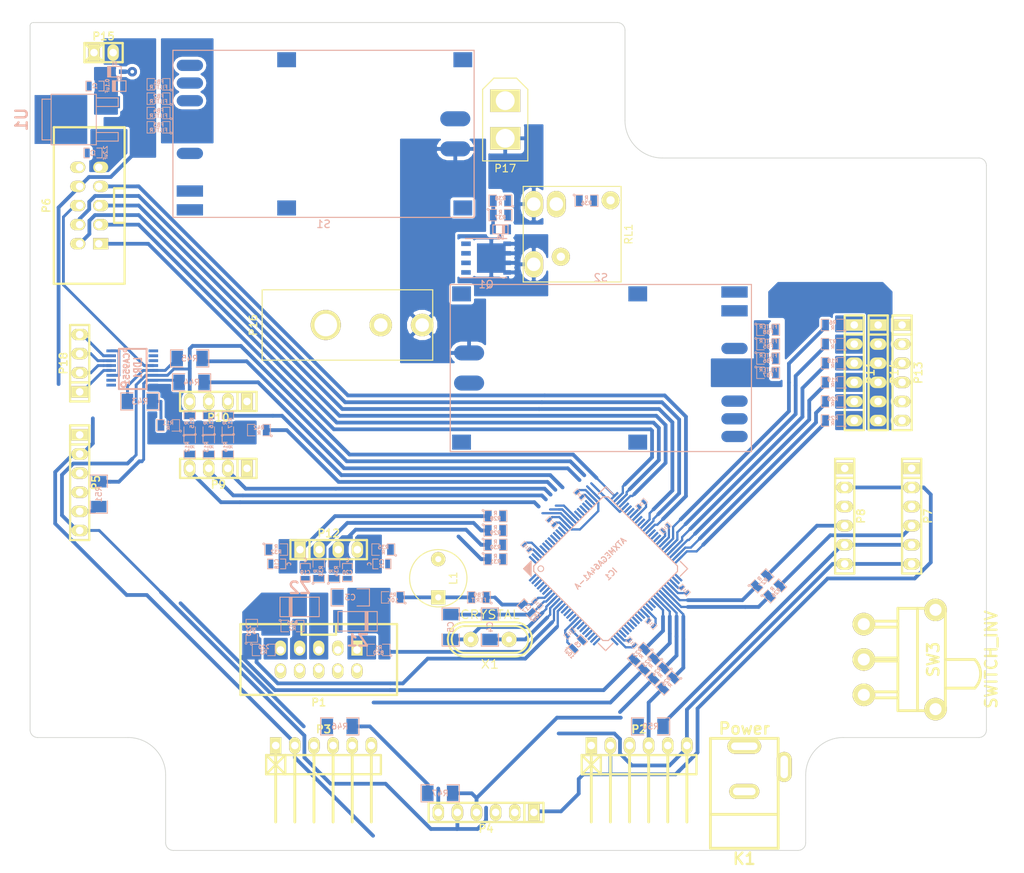
<source format=kicad_pcb>
(kicad_pcb (version 4) (host pcbnew "(2015-10-27 BZR 6284, Git 48df08c)-product")
  (layers (0 F.Cu signal) (31 B.Cu signal) (34 B.Paste user) (35 F.Paste user) (36 B.SilkS user) (37 F.SilkS user) (38 B.Mask user) (39 F.Mask user) (44 Edge.Cuts user))
  (net 0 "")
  (net 1 "Net-(C1-Pad1)")
  (net 2 GND)
  (net 3 +3v3)
  (net 4 CLK_PDI)
  (net 5 "Net-(C10-Pad2)")
  (net 6 "Net-(C15-Pad2)")
  (net 7 5Vin)
  (net 8 5Vout)
  (net 9 "Net-(IC1-Pad1)")
  (net 10 "Net-(IC1-Pad2)")
  (net 11 "Net-(IC1-Pad21)")
  (net 12 "Net-(IC1-Pad22)")
  (net 13 "Net-(IC1-Pad35)")
  (net 14 "Net-(IC1-Pad36)")
  (net 15 "Net-(IC1-Pad40)")
  (net 16 "Net-(IC1-Pad49)")
  (net 17 "Net-(IC1-Pad50)")
  (net 18 "Net-(IC1-Pad51)")
  (net 19 "Net-(IC1-Pad52)")
  (net 20 "Net-(IC1-Pad55)")
  (net 21 "Net-(IC1-Pad56)")
  (net 22 "Net-(IC1-Pad10)")
  (net 23 "Net-(IC1-Pad11)")
  (net 24 "Net-(IC1-Pad59)")
  (net 25 "Net-(IC1-Pad12)")
  (net 26 "Net-(IC1-Pad32)")
  (net 27 "Net-(IC1-Pad45)")
  (net 28 "Net-(IC1-Pad46)")
  (net 29 "Net-(IC1-Pad60)")
  (net 30 "Net-(IC1-Pad61)")
  (net 31 "Net-(IC1-Pad62)")
  (net 32 "Net-(IC1-Pad65)")
  (net 33 "Net-(IC1-Pad66)")
  (net 34 "Net-(IC1-Pad67)")
  (net 35 "Net-(IC1-Pad68)")
  (net 36 "Net-(IC1-Pad69)")
  (net 37 "Net-(IC1-Pad70)")
  (net 38 "Net-(IC1-Pad71)")
  (net 39 "Net-(IC1-Pad72)")
  (net 40 "Net-(IC1-Pad75)")
  (net 41 "Net-(IC1-Pad76)")
  (net 42 "Net-(IC1-Pad77)")
  (net 43 "Net-(IC1-Pad78)")
  (net 44 "Net-(IC1-Pad79)")
  (net 45 "Net-(IC1-Pad80)")
  (net 46 "Net-(IC1-Pad81)")
  (net 47 "Net-(IC1-Pad82)")
  (net 48 "Net-(IC1-Pad85)")
  (net 49 "Net-(IC1-Pad86)")
  (net 50 "Net-(IC1-Pad87)")
  (net 51 "Net-(IC1-Pad88)")
  (net 52 DT_PDI)
  (net 53 Light)
  (net 54 "Net-(P1-Pad9)")
  (net 55 "Net-(P1-Pad7)")
  (net 56 "Net-(P1-Pad1)")
  (net 57 "Net-(P1-Pad5)")
  (net 58 INT_A_0)
  (net 59 INT_B_0)
  (net 60 INT_A_1)
  (net 61 INT_B_1)
  (net 62 MTR_1)
  (net 63 "Net-(R2-Pad1)")
  (net 64 SW1)
  (net 65 SW0)
  (net 66 "Net-(IC1-Pad95)")
  (net 67 "Net-(IC1-Pad96)")
  (net 68 MTR_0)
  (net 69 "Net-(C4-Pad1)")
  (net 70 "Net-(C5-Pad1)")
  (net 71 "Net-(D3-Pad2)")
  (net 72 "Net-(D4-Pad2)")
  (net 73 "Net-(D5-Pad2)")
  (net 74 "Net-(P2-Pad3)")
  (net 75 sens0int)
  (net 76 "Net-(P3-Pad3)")
  (net 77 sens1int)
  (net 78 "Net-(P4-Pad3)")
  (net 79 speed_up)
  (net 80 "Net-(P5-Pad3)")
  (net 81 "Net-(P7-Pad3)")
  (net 82 "Net-(P8-Pad3)")
  (net 83 INT_0)
  (net 84 INT_1)
  (net 85 sens4int)
  (net 86 sens3int)
  (net 87 sens2int)
  (net 88 RST)
  (net 89 I2C_1+)
  (net 90 I2C_1-)
  (net 91 I2C_0+)
  (net 92 I2C_0-)
  (net 93 "Net-(P11-Pad1)")
  (net 94 "Net-(P11-Pad2)")
  (net 95 "Net-(P11-Pad3)")
  (net 96 "Net-(P11-Pad4)")
  (net 97 "Net-(P11-Pad5)")
  (net 98 "Net-(P11-Pad6)")
  (net 99 "Net-(C18-Pad1)")
  (net 100 "Net-(C19-Pad1)")
  (net 101 "Net-(C20-Pad1)")
  (net 102 "Net-(C21-Pad1)")
  (net 103 ADC_0)
  (net 104 ADC_1)
  (net 105 ADC_2)
  (net 106 ADC_3)
  (net 107 "Net-(FB1-Pad1)")
  (net 108 "Net-(S1-Pad3)")
  (net 109 +12V)
  (net 110 "Net-(S1-Pad4)")
  (net 111 "Net-(FB5-Pad1)")
  (net 112 +6Vout)
  (net 113 "Net-(P17-Pad2)")
  (net 114 "Net-(K1-Pad3)")
  (net 115 "Net-(R36-Pad1)")
  (net 116 "Net-(D6-Pad1)")
  (net 117 "Net-(D6-Pad2)")
  (net 118 ON/OFF)
  (net 119 "Net-(IC1-Pad41)")
  (net 120 "Net-(IC1-Pad42)")
  (net 121 "Net-(IC1-Pad47)")
  (net 122 "Net-(IC1-Pad48)")
  (net 123 "Net-(IC1-Pad57)")
  (net 124 "Net-(IC1-Pad58)")
  (net 125 "Net-(LDR1-Pad4)")
  (net 126 "Net-(LDR1-Pad5)")
  (net 127 "Net-(LDR1-Pad6)")
  (net 128 "Net-(LDR1-Pad7)")
  (net 129 "Net-(IC1-Pad18)")
  (net 130 "Net-(IC1-Pad97)")
  (net 131 "Net-(IC1-Pad98)")
  (net 132 "Net-(IC1-Pad99)")
  (net 133 "Net-(IC1-Pad100)")
  (net 134 "Net-(IC1-Pad31)")
  (net 135 "Net-(IC1-Pad30)")
  (net 136 "Net-(IC1-Pad5)")
  (net 137 "Net-(IC1-Pad20)")
  (module libcms:TSSOP16 (layer B.Cu) (at 75.565 88.9 90)
    (fp_text reference LDR1 (at 0 0.7493 90) (layer B.SilkS) (effects (font (size 1.016 0.762) (thickness 0.1905)) (justify mirror)))
    (fp_text value PCA9551 (at 0.24892 -0.7493 90) (layer B.SilkS) (effects (font (size 0.762 0.762) (thickness 0.1905)) (justify mirror)))
    (pad 1 smd rect (at -2.27584 -2.79908 90) (size 0.381 1.27) (layers B.Cu B.Paste B.Mask) (net 2 GND))
    (pad 2 smd rect (at -1.6256 -2.79908 90) (size 0.381 1.27) (layers B.Cu B.Paste B.Mask) (net 2 GND))
    (pad 3 smd rect (at -0.97536 -2.79908 90) (size 0.381 1.27) (layers B.Cu B.Paste B.Mask) (net 2 GND))
    (pad 4 smd rect (at -0.32512 -2.79908 90) (size 0.381 1.27) (layers B.Cu B.Paste B.Mask) (net 125 "Net-(LDR1-Pad4)"))
    (pad 5 smd rect (at 0.32512 -2.79908 90) (size 0.381 1.27) (layers B.Cu B.Paste B.Mask) (net 126 "Net-(LDR1-Pad5)"))
    (pad 6 smd rect (at 0.97536 -2.79908 90) (size 0.381 1.27) (layers B.Cu B.Paste B.Mask) (net 127 "Net-(LDR1-Pad6)"))
    (pad 7 smd rect (at 1.6256 -2.79908 90) (size 0.381 1.27) (layers B.Cu B.Paste B.Mask) (net 128 "Net-(LDR1-Pad7)"))
    (pad 8 smd rect (at 2.27584 -2.79908 90) (size 0.381 1.27) (layers B.Cu B.Paste B.Mask) (net 2 GND))
    (pad 9 smd rect (at 2.27584 2.79908 90) (size 0.381 1.27) (layers B.Cu B.Paste B.Mask) (net 73 "Net-(D5-Pad2)"))
    (pad 10 smd rect (at 1.6256 2.79908 90) (size 0.381 1.27) (layers B.Cu B.Paste B.Mask) (net 72 "Net-(D4-Pad2)"))
    (pad 11 smd rect (at 0.97536 2.79908 90) (size 0.381 1.27) (layers B.Cu B.Paste B.Mask) (net 71 "Net-(D3-Pad2)"))
    (pad 12 smd rect (at 0.32512 2.79908 90) (size 0.381 1.27) (layers B.Cu B.Paste B.Mask) (net 53 Light))
    (pad 13 smd rect (at -0.32512 2.79908 90) (size 0.381 1.27) (layers B.Cu B.Paste B.Mask) (net 88 RST))
    (pad 14 smd rect (at -0.97536 2.79908 90) (size 0.381 1.27) (layers B.Cu B.Paste B.Mask) (net 92 I2C_0-))
    (pad 15 smd rect (at -1.6256 2.79908 90) (size 0.381 1.27) (layers B.Cu B.Paste B.Mask) (net 91 I2C_0+))
    (pad 16 smd rect (at -2.27584 2.79908 90) (size 0.381 1.27) (layers B.Cu B.Paste B.Mask) (net 3 +3v3))
  )
  (module myfootprint:TQFP-100 (layer B.Cu) (at 138.43 115.57 45)
    (fp_text reference IC1 (at 0 1.00076 45) (layer B.SilkS) (effects (font (size 0.7493 0.7493) (thickness 0.14986)) (justify mirror)))
    (fp_text value ATXMEGA64A1-A (at 0 -1.00076 45) (layer B.SilkS) (effects (font (size 0.7493 0.7493) (thickness 0.14986)) (justify mirror)))
    (pad 1 smd rect (at -6.00456 -7.67588 45) (size 0.29972 1.30048) (layers B.Cu B.Paste B.Mask) (net 9 "Net-(IC1-Pad1)"))
    (pad 2 smd rect (at -5.50418 -7.67588 45) (size 0.29972 1.30048) (layers B.Cu B.Paste B.Mask) (net 10 "Net-(IC1-Pad2)"))
    (pad 3 smd rect (at -5.0038 -7.67588 45) (size 0.29972 1.30048) (layers B.Cu B.Paste B.Mask) (net 2 GND))
    (pad 4 smd rect (at -4.50342 -7.67588 45) (size 0.29972 1.30048) (layers B.Cu B.Paste B.Mask) (net 6 "Net-(C15-Pad2)"))
    (pad 5 smd rect (at -4.00304 -7.67588 45) (size 0.29972 1.30048) (layers B.Cu B.Paste B.Mask) (net 136 "Net-(IC1-Pad5)"))
    (pad 6 smd rect (at -3.50266 -7.67588 45) (size 0.29972 1.30048) (layers B.Cu B.Paste B.Mask) (net 103 ADC_0))
    (pad 7 smd rect (at -3.00228 -7.67588 45) (size 0.29972 1.30048) (layers B.Cu B.Paste B.Mask) (net 104 ADC_1))
    (pad 8 smd rect (at -2.5019 -7.67588 45) (size 0.29972 1.30048) (layers B.Cu B.Paste B.Mask) (net 105 ADC_2))
    (pad 9 smd rect (at -2.00152 -7.67588 45) (size 0.29972 1.30048) (layers B.Cu B.Paste B.Mask) (net 106 ADC_3))
    (pad 10 smd rect (at -1.50114 -7.67588 45) (size 0.29972 1.30048) (layers B.Cu B.Paste B.Mask) (net 22 "Net-(IC1-Pad10)"))
    (pad 11 smd rect (at -1.00076 -7.67588 45) (size 0.29972 1.30048) (layers B.Cu B.Paste B.Mask) (net 23 "Net-(IC1-Pad11)"))
    (pad 12 smd rect (at -0.50038 -7.67588 45) (size 0.29972 1.30048) (layers B.Cu B.Paste B.Mask) (net 25 "Net-(IC1-Pad12)"))
    (pad 13 smd rect (at 0 -7.67588 45) (size 0.29972 1.30048) (layers B.Cu B.Paste B.Mask) (net 2 GND))
    (pad 14 smd rect (at 0.50038 -7.67588 45) (size 0.29972 1.30048) (layers B.Cu B.Paste B.Mask) (net 5 "Net-(C10-Pad2)"))
    (pad 15 smd rect (at 1.00076 -7.67588 45) (size 0.29972 1.30048) (layers B.Cu B.Paste B.Mask) (net 89 I2C_1+))
    (pad 16 smd rect (at 1.50114 -7.67588 45) (size 0.29972 1.30048) (layers B.Cu B.Paste B.Mask) (net 90 I2C_1-))
    (pad 17 smd rect (at 2.00152 -7.67588 45) (size 0.29972 1.30048) (layers B.Cu B.Paste B.Mask) (net 84 INT_1))
    (pad 18 smd rect (at 2.5019 -7.67588 45) (size 0.29972 1.30048) (layers B.Cu B.Paste B.Mask) (net 129 "Net-(IC1-Pad18)"))
    (pad 19 smd rect (at 3.00228 -7.67588 45) (size 0.29972 1.30048) (layers B.Cu B.Paste B.Mask) (net 83 INT_0))
    (pad 20 smd rect (at 3.50266 -7.67588 45) (size 0.29972 1.30048) (layers B.Cu B.Paste B.Mask) (net 137 "Net-(IC1-Pad20)"))
    (pad 21 smd rect (at 4.00304 -7.67588 45) (size 0.29972 1.30048) (layers B.Cu B.Paste B.Mask) (net 11 "Net-(IC1-Pad21)"))
    (pad 22 smd rect (at 4.50342 -7.67588 45) (size 0.29972 1.30048) (layers B.Cu B.Paste B.Mask) (net 12 "Net-(IC1-Pad22)"))
    (pad 23 smd rect (at 5.0038 -7.67588 45) (size 0.29972 1.30048) (layers B.Cu B.Paste B.Mask) (net 2 GND))
    (pad 24 smd rect (at 5.50418 -7.67588 45) (size 0.29972 1.30048) (layers B.Cu B.Paste B.Mask) (net 5 "Net-(C10-Pad2)"))
    (pad 25 smd rect (at 6.00456 -7.67588 45) (size 0.29972 1.30048) (layers B.Cu B.Paste B.Mask) (net 91 I2C_0+))
    (pad 78 smd rect (at -7.67588 5.0038 45) (size 1.30048 0.29972) (layers B.Cu B.Paste B.Mask) (net 43 "Net-(IC1-Pad78)"))
    (pad 79 smd rect (at -7.67588 4.50342 45) (size 1.30048 0.29972) (layers B.Cu B.Paste B.Mask) (net 44 "Net-(IC1-Pad79)"))
    (pad 80 smd rect (at -7.67588 4.00304 45) (size 1.30048 0.29972) (layers B.Cu B.Paste B.Mask) (net 45 "Net-(IC1-Pad80)"))
    (pad 81 smd rect (at -7.67588 3.50266 45) (size 1.30048 0.29972) (layers B.Cu B.Paste B.Mask) (net 46 "Net-(IC1-Pad81)"))
    (pad 82 smd rect (at -7.67588 3.00228 45) (size 1.30048 0.29972) (layers B.Cu B.Paste B.Mask) (net 47 "Net-(IC1-Pad82)"))
    (pad 94 smd rect (at -7.67588 -3.00228 45) (size 1.30048 0.29972) (layers B.Cu B.Paste B.Mask) (net 6 "Net-(C15-Pad2)"))
    (pad 95 smd rect (at -7.67588 -3.50266 45) (size 1.30048 0.29972) (layers B.Cu B.Paste B.Mask) (net 66 "Net-(IC1-Pad95)"))
    (pad 96 smd rect (at -7.67588 -4.00304 45) (size 1.30048 0.29972) (layers B.Cu B.Paste B.Mask) (net 67 "Net-(IC1-Pad96)"))
    (pad 97 smd rect (at -7.67588 -4.50342 45) (size 1.30048 0.29972) (layers B.Cu B.Paste B.Mask) (net 130 "Net-(IC1-Pad97)"))
    (pad 98 smd rect (at -7.67588 -5.0038 45) (size 1.30048 0.29972) (layers B.Cu B.Paste B.Mask) (net 131 "Net-(IC1-Pad98)"))
    (pad 83 smd rect (at -7.67588 2.5019 45) (size 1.30048 0.29972) (layers B.Cu B.Paste B.Mask) (net 5 "Net-(C10-Pad2)"))
    (pad 84 smd rect (at -7.67588 2.00152 45) (size 1.30048 0.29972) (layers B.Cu B.Paste B.Mask) (net 2 GND))
    (pad 85 smd rect (at -7.67588 1.50114 45) (size 1.30048 0.29972) (layers B.Cu B.Paste B.Mask) (net 48 "Net-(IC1-Pad85)"))
    (pad 99 smd rect (at -7.67588 -5.50418 45) (size 1.30048 0.29972) (layers B.Cu B.Paste B.Mask) (net 132 "Net-(IC1-Pad99)"))
    (pad 100 smd rect (at -7.67588 -6.00456 45) (size 1.30048 0.29972) (layers B.Cu B.Paste B.Mask) (net 133 "Net-(IC1-Pad100)"))
    (pad 76 smd rect (at -7.67588 6.00456 45) (size 1.30048 0.29972) (layers B.Cu B.Paste B.Mask) (net 41 "Net-(IC1-Pad76)"))
    (pad 77 smd rect (at -7.67588 5.50418 45) (size 1.30048 0.29972) (layers B.Cu B.Paste B.Mask) (net 42 "Net-(IC1-Pad77)"))
    (pad 86 smd rect (at -7.67588 1.00076 45) (size 1.30048 0.29972) (layers B.Cu B.Paste B.Mask) (net 49 "Net-(IC1-Pad86)"))
    (pad 87 smd rect (at -7.67588 0.50038 45) (size 1.30048 0.29972) (layers B.Cu B.Paste B.Mask) (net 50 "Net-(IC1-Pad87)"))
    (pad 88 smd rect (at -7.67588 0 45) (size 1.30048 0.29972) (layers B.Cu B.Paste B.Mask) (net 51 "Net-(IC1-Pad88)"))
    (pad 89 smd rect (at -7.67588 -0.50038 45) (size 1.30048 0.29972) (layers B.Cu B.Paste B.Mask) (net 52 DT_PDI))
    (pad 90 smd rect (at -7.67588 -1.00076 45) (size 1.30048 0.29972) (layers B.Cu B.Paste B.Mask) (net 4 CLK_PDI))
    (pad 91 smd rect (at -7.67588 -1.50114 45) (size 1.30048 0.29972) (layers B.Cu B.Paste B.Mask) (net 69 "Net-(C4-Pad1)"))
    (pad 92 smd rect (at -7.67588 -2.00152 45) (size 1.30048 0.29972) (layers B.Cu B.Paste B.Mask) (net 70 "Net-(C5-Pad1)"))
    (pad 93 smd rect (at -7.67588 -2.5019 45) (size 1.30048 0.29972) (layers B.Cu B.Paste B.Mask) (net 2 GND))
    (pad 33 smd rect (at 7.67588 -2.5019 45) (size 1.30048 0.29972) (layers B.Cu B.Paste B.Mask) (net 2 GND))
    (pad 34 smd rect (at 7.67588 -2.00152 45) (size 1.30048 0.29972) (layers B.Cu B.Paste B.Mask) (net 5 "Net-(C10-Pad2)"))
    (pad 35 smd rect (at 7.67588 -1.50114 45) (size 1.30048 0.29972) (layers B.Cu B.Paste B.Mask) (net 13 "Net-(IC1-Pad35)"))
    (pad 36 smd rect (at 7.67588 -1.00076 45) (size 1.30048 0.29972) (layers B.Cu B.Paste B.Mask) (net 14 "Net-(IC1-Pad36)"))
    (pad 37 smd rect (at 7.67588 -0.50038 45) (size 1.30048 0.29972) (layers B.Cu B.Paste B.Mask) (net 61 INT_B_1))
    (pad 38 smd rect (at 7.67588 0 45) (size 1.30048 0.29972) (layers B.Cu B.Paste B.Mask) (net 62 MTR_1))
    (pad 39 smd rect (at 7.67588 0.50038 45) (size 1.30048 0.29972) (layers B.Cu B.Paste B.Mask) (net 60 INT_A_1))
    (pad 40 smd rect (at 7.67588 1.00076 45) (size 1.30048 0.29972) (layers B.Cu B.Paste B.Mask) (net 15 "Net-(IC1-Pad40)"))
    (pad 49 smd rect (at 7.67588 5.50418 45) (size 1.30048 0.29972) (layers B.Cu B.Paste B.Mask) (net 16 "Net-(IC1-Pad49)"))
    (pad 50 smd rect (at 7.67588 6.00456 45) (size 1.30048 0.29972) (layers B.Cu B.Paste B.Mask) (net 17 "Net-(IC1-Pad50)"))
    (pad 51 smd rect (at 6.00456 7.67588 45) (size 0.29972 1.30048) (layers B.Cu B.Paste B.Mask) (net 18 "Net-(IC1-Pad51)"))
    (pad 52 smd rect (at 5.50418 7.67588 45) (size 0.29972 1.30048) (layers B.Cu B.Paste B.Mask) (net 19 "Net-(IC1-Pad52)"))
    (pad 53 smd rect (at 5.0038 7.67588 45) (size 0.29972 1.30048) (layers B.Cu B.Paste B.Mask) (net 2 GND))
    (pad 54 smd rect (at 4.50342 7.67588 45) (size 0.29972 1.30048) (layers B.Cu B.Paste B.Mask) (net 5 "Net-(C10-Pad2)"))
    (pad 55 smd rect (at 4.00304 7.67588 45) (size 0.29972 1.30048) (layers B.Cu B.Paste B.Mask) (net 20 "Net-(IC1-Pad55)"))
    (pad 56 smd rect (at 3.50266 7.67588 45) (size 0.29972 1.30048) (layers B.Cu B.Paste B.Mask) (net 21 "Net-(IC1-Pad56)"))
    (pad 26 smd rect (at 7.67588 -6.00456 45) (size 1.30048 0.29972) (layers B.Cu B.Paste B.Mask) (net 92 I2C_0-))
    (pad 27 smd rect (at 7.67588 -5.50418 45) (size 1.30048 0.29972) (layers B.Cu B.Paste B.Mask) (net 59 INT_B_0))
    (pad 41 smd rect (at 7.67588 1.50114 45) (size 1.30048 0.29972) (layers B.Cu B.Paste B.Mask) (net 119 "Net-(IC1-Pad41)"))
    (pad 42 smd rect (at 7.67588 2.00152 45) (size 1.30048 0.29972) (layers B.Cu B.Paste B.Mask) (net 120 "Net-(IC1-Pad42)"))
    (pad 43 smd rect (at 7.67588 2.5019 45) (size 1.30048 0.29972) (layers B.Cu B.Paste B.Mask) (net 2 GND))
    (pad 57 smd rect (at 3.00228 7.67588 45) (size 0.29972 1.30048) (layers B.Cu B.Paste B.Mask) (net 123 "Net-(IC1-Pad57)"))
    (pad 58 smd rect (at 2.5019 7.67588 45) (size 0.29972 1.30048) (layers B.Cu B.Paste B.Mask) (net 124 "Net-(IC1-Pad58)"))
    (pad 59 smd rect (at 2.00152 7.67588 45) (size 0.29972 1.30048) (layers B.Cu B.Paste B.Mask) (net 24 "Net-(IC1-Pad59)"))
    (pad 28 smd rect (at 7.67588 -5.0038 45) (size 1.30048 0.29972) (layers B.Cu B.Paste B.Mask) (net 58 INT_A_0))
    (pad 29 smd rect (at 7.67588 -4.50342 45) (size 1.30048 0.29972) (layers B.Cu B.Paste B.Mask) (net 68 MTR_0))
    (pad 30 smd rect (at 7.67588 -4.00304 45) (size 1.30048 0.29972) (layers B.Cu B.Paste B.Mask) (net 135 "Net-(IC1-Pad30)"))
    (pad 31 smd rect (at 7.67588 -3.50266 45) (size 1.30048 0.29972) (layers B.Cu B.Paste B.Mask) (net 134 "Net-(IC1-Pad31)"))
    (pad 32 smd rect (at 7.67588 -3.00228 45) (size 1.30048 0.29972) (layers B.Cu B.Paste B.Mask) (net 26 "Net-(IC1-Pad32)"))
    (pad 44 smd rect (at 7.67588 3.00228 45) (size 1.30048 0.29972) (layers B.Cu B.Paste B.Mask) (net 5 "Net-(C10-Pad2)"))
    (pad 45 smd rect (at 7.67588 3.50266 45) (size 1.30048 0.29972) (layers B.Cu B.Paste B.Mask) (net 27 "Net-(IC1-Pad45)"))
    (pad 46 smd rect (at 7.67588 4.00304 45) (size 1.30048 0.29972) (layers B.Cu B.Paste B.Mask) (net 28 "Net-(IC1-Pad46)"))
    (pad 47 smd rect (at 7.67588 4.50342 45) (size 1.30048 0.29972) (layers B.Cu B.Paste B.Mask) (net 121 "Net-(IC1-Pad47)"))
    (pad 48 smd rect (at 7.67588 5.0038 45) (size 1.30048 0.29972) (layers B.Cu B.Paste B.Mask) (net 122 "Net-(IC1-Pad48)"))
    (pad 60 smd rect (at 1.50114 7.67588 45) (size 0.29972 1.30048) (layers B.Cu B.Paste B.Mask) (net 29 "Net-(IC1-Pad60)"))
    (pad 61 smd rect (at 1.00076 7.67588 45) (size 0.29972 1.30048) (layers B.Cu B.Paste B.Mask) (net 30 "Net-(IC1-Pad61)"))
    (pad 62 smd rect (at 0.50038 7.67588 45) (size 0.29972 1.30048) (layers B.Cu B.Paste B.Mask) (net 31 "Net-(IC1-Pad62)"))
    (pad 63 smd rect (at 0 7.67588 45) (size 0.29972 1.30048) (layers B.Cu B.Paste B.Mask) (net 2 GND))
    (pad 64 smd rect (at -0.50038 7.67588 45) (size 0.29972 1.30048) (layers B.Cu B.Paste B.Mask) (net 5 "Net-(C10-Pad2)"))
    (pad 65 smd rect (at -1.00076 7.67588 45) (size 0.29972 1.30048) (layers B.Cu B.Paste B.Mask) (net 32 "Net-(IC1-Pad65)"))
    (pad 66 smd rect (at -1.50114 7.67588 45) (size 0.29972 1.30048) (layers B.Cu B.Paste B.Mask) (net 33 "Net-(IC1-Pad66)"))
    (pad 67 smd rect (at -2.00152 7.67588 45) (size 0.29972 1.30048) (layers B.Cu B.Paste B.Mask) (net 34 "Net-(IC1-Pad67)"))
    (pad 68 smd rect (at -2.5019 7.67588 45) (size 0.29972 1.30048) (layers B.Cu B.Paste B.Mask) (net 35 "Net-(IC1-Pad68)"))
    (pad 69 smd rect (at -3.00228 7.67588 45) (size 0.29972 1.30048) (layers B.Cu B.Paste B.Mask) (net 36 "Net-(IC1-Pad69)"))
    (pad 70 smd rect (at -3.50266 7.67588 45) (size 0.29972 1.30048) (layers B.Cu B.Paste B.Mask) (net 37 "Net-(IC1-Pad70)"))
    (pad 71 smd rect (at -4.00304 7.67588 45) (size 0.29972 1.30048) (layers B.Cu B.Paste B.Mask) (net 38 "Net-(IC1-Pad71)"))
    (pad 72 smd rect (at -4.50342 7.67588 45) (size 0.29972 1.30048) (layers B.Cu B.Paste B.Mask) (net 39 "Net-(IC1-Pad72)"))
    (pad 73 smd rect (at -5.0038 7.67588 45) (size 0.29972 1.30048) (layers B.Cu B.Paste B.Mask) (net 2 GND))
    (pad 74 smd rect (at -5.50418 7.67588 45) (size 0.29972 1.30048) (layers B.Cu B.Paste B.Mask) (net 5 "Net-(C10-Pad2)"))
    (pad 75 smd rect (at -6.00456 7.67588 45) (size 0.29972 1.30048) (layers B.Cu B.Paste B.Mask) (net 40 "Net-(IC1-Pad75)"))
  )
  (module libcms:SM0805 (layer B.Cu) (at 92.3925 97.155 180)
    (fp_text reference R42 (at 0 0.3175 180) (layer B.SilkS) (effects (font (size 0.50038 0.50038) (thickness 0.10922)) (justify mirror)))
    (fp_text value R (at 0 -0.381 180) (layer B.SilkS) (effects (font (size 0.50038 0.50038) (thickness 0.10922)) (justify mirror)))
    (pad 1 smd rect (at -0.9525 0 180) (size 0.889 1.397) (layers B.Cu B.Paste B.Mask) (net 129 "Net-(IC1-Pad18)"))
    (pad 2 smd rect (at 0.9525 0 180) (size 0.889 1.397) (layers B.Cu B.Paste B.Mask) (net 3 +3v3))
  )
  (module w_pin_strip:pin_strip_6 (layer F.Cu) (at 179.07 108.585 270)
    (fp_text reference P7 (at 0 -2.159 270) (layer F.SilkS) (effects (font (size 1.016 1.016) (thickness 0.2032))))
    (fp_text value Sens0 hide)
    (pad 1 thru_hole rect (at -6.35 0 270) (size 1.524 2.19964) (drill 1.00076) (layers *.Cu *.Mask F.SilkS) (net 2 GND))
    (pad 2 thru_hole oval (at -3.81 0 270) (size 1.524 2.19964) (drill 1.00076) (layers *.Cu *.Mask F.SilkS) (net 8 5Vout))
    (pad 3 thru_hole oval (at -1.27 0 270) (size 1.524 2.19964) (drill 1.00076) (layers *.Cu *.Mask F.SilkS) (net 81 "Net-(P7-Pad3)"))
    (pad 4 thru_hole oval (at 1.27 0 270) (size 1.524 2.19964) (drill 1.00076) (layers *.Cu *.Mask F.SilkS) (net 75 sens0int))
    (pad 5 thru_hole oval (at 3.81 0 270) (size 1.524 2.19964) (drill 1.00076) (layers *.Cu *.Mask F.SilkS) (net 91 I2C_0+))
    (pad 6 thru_hole oval (at 6.35 0 270) (size 1.524 2.19964) (drill 1.00076) (layers *.Cu *.Mask F.SilkS) (net 92 I2C_0-))
  )
  (module w_pin_strip:pin_strip_6 (layer F.Cu) (at 170.18 108.585 270)
    (fp_text reference P8 (at 0 -2.159 270) (layer F.SilkS) (effects (font (size 1.016 1.016) (thickness 0.2032))))
    (fp_text value Sens1 hide)
    (pad 1 thru_hole rect (at -6.35 0 270) (size 1.524 2.19964) (drill 1.00076) (layers *.Cu *.Mask F.SilkS) (net 2 GND))
    (pad 2 thru_hole oval (at -3.81 0 270) (size 1.524 2.19964) (drill 1.00076) (layers *.Cu *.Mask F.SilkS) (net 8 5Vout))
    (pad 3 thru_hole oval (at -1.27 0 270) (size 1.524 2.19964) (drill 1.00076) (layers *.Cu *.Mask F.SilkS) (net 82 "Net-(P8-Pad3)"))
    (pad 4 thru_hole oval (at 1.27 0 270) (size 1.524 2.19964) (drill 1.00076) (layers *.Cu *.Mask F.SilkS) (net 77 sens1int))
    (pad 5 thru_hole oval (at 3.81 0 270) (size 1.524 2.19964) (drill 1.00076) (layers *.Cu *.Mask F.SilkS) (net 91 I2C_0+))
    (pad 6 thru_hole oval (at 6.35 0 270) (size 1.524 2.19964) (drill 1.00076) (layers *.Cu *.Mask F.SilkS) (net 92 I2C_0-))
  )
  (module libcms:SM0805 (layer B.Cu) (at 160.870481 118.529519 45)
    (fp_text reference R26 (at 0 0.3175 45) (layer B.SilkS) (effects (font (size 0.50038 0.50038) (thickness 0.10922)) (justify mirror)))
    (fp_text value R (at 0 -0.381 45) (layer B.SilkS) (effects (font (size 0.50038 0.50038) (thickness 0.10922)) (justify mirror)))
    (pad 1 smd rect (at -0.9525 0 45) (size 0.889 1.397) (layers B.Cu B.Paste B.Mask) (net 21 "Net-(IC1-Pad56)"))
    (pad 2 smd rect (at 0.9525 0 45) (size 0.889 1.397) (layers B.Cu B.Paste B.Mask) (net 75 sens0int))
  )
  (module w_pin_strip:pin_strip_6-90 (layer F.Cu) (at 100.965 139.065)
    (fp_text reference P3 (at 0 -2.159) (layer F.SilkS) (effects (font (size 1.016 1.016) (thickness 0.2032))))
    (fp_text value Sens2 hide)
    (pad 1 thru_hole rect (at -6.35 0) (size 1.524 2.19964) (drill 1.00076) (layers *.Cu *.Mask F.SilkS) (net 2 GND))
    (pad 2 thru_hole oval (at -3.81 0) (size 1.524 2.19964) (drill 1.00076) (layers *.Cu *.Mask F.SilkS) (net 8 5Vout))
    (pad 3 thru_hole oval (at -1.27 0) (size 1.524 2.19964) (drill 1.00076) (layers *.Cu *.Mask F.SilkS) (net 76 "Net-(P3-Pad3)"))
    (pad 4 thru_hole oval (at 1.27 0) (size 1.524 2.19964) (drill 1.00076) (layers *.Cu *.Mask F.SilkS) (net 87 sens2int))
    (pad 5 thru_hole oval (at 3.81 0) (size 1.524 2.19964) (drill 1.00076) (layers *.Cu *.Mask F.SilkS) (net 91 I2C_0+))
    (pad 6 thru_hole oval (at 6.35 0) (size 1.524 2.19964) (drill 1.00076) (layers *.Cu *.Mask F.SilkS) (net 92 I2C_0-))
  )
  (module libcms:SM1206 (layer B.Cu) (at 117.856 123.317 90)
    (fp_text reference C5 (at 0 0 90) (layer B.SilkS) (effects (font (size 0.762 0.762) (thickness 0.127)) (justify mirror)))
    (fp_text value 22pF hide)
    (pad 1 smd rect (at -1.651 0 90) (size 1.524 2.032) (layers B.Cu B.Paste B.Mask) (net 70 "Net-(C5-Pad1)"))
    (pad 2 smd rect (at 1.651 0 90) (size 1.524 2.032) (layers B.Cu B.Paste B.Mask) (net 2 GND))
  )
  (module libcms:SM1206 (layer B.Cu) (at 123.063 123.317 90)
    (fp_text reference C4 (at 0 0 90) (layer B.SilkS) (effects (font (size 0.762 0.762) (thickness 0.127)) (justify mirror)))
    (fp_text value 22pF hide)
    (pad 1 smd rect (at -1.651 0 90) (size 1.524 2.032) (layers B.Cu B.Paste B.Mask) (net 69 "Net-(C4-Pad1)"))
    (pad 2 smd rect (at 1.651 0 90) (size 1.524 2.032) (layers B.Cu B.Paste B.Mask) (net 2 GND))
  )
  (module w_crystal:crystal_hc-49s (layer F.Cu) (at 123.063 124.968 180)
    (fp_text reference X1 (at 0 -3.302 180) (layer F.SilkS) (effects (font (size 1.143 1.27) (thickness 0.1524))))
    (fp_text value CRYSTAL (at 0 3.302 180) (layer F.SilkS) (effects (font (size 1.143 1.27) (thickness 0.1524))))
    (pad 1 thru_hole circle (at -2.54 0 180) (size 1.99898 1.99898) (drill 0.8001) (layers *.Cu *.Mask F.SilkS) (net 69 "Net-(C4-Pad1)"))
    (pad 2 thru_hole circle (at 2.54 0 180) (size 1.99898 1.99898) (drill 0.8001) (layers *.Cu *.Mask F.SilkS) (net 70 "Net-(C5-Pad1)"))
  )
  (module libcms:SM0402 (layer B.Cu) (at 127.952901 112.712901 135)
    (fp_text reference C15 (at 0 0 135) (layer B.SilkS) (effects (font (size 0.35052 0.3048) (thickness 0.07112)) (justify mirror)))
    (fp_text value 100nF hide)
    (pad 1 smd rect (at -0.44958 0 135) (size 0.39878 0.59944) (layers B.Cu B.Paste B.Mask) (net 2 GND))
    (pad 2 smd rect (at 0.44958 0 135) (size 0.39878 0.59944) (layers B.Cu B.Paste B.Mask) (net 6 "Net-(C15-Pad2)"))
  )
  (module libcms:SM0402 (layer B.Cu) (at 131.254099 109.410099 135)
    (fp_text reference C7 (at 0 0 135) (layer B.SilkS) (effects (font (size 0.35052 0.3048) (thickness 0.07112)) (justify mirror)))
    (fp_text value 100nF hide)
    (pad 1 smd rect (at -0.44958 0 135) (size 0.39878 0.59944) (layers B.Cu B.Paste B.Mask) (net 2 GND))
    (pad 2 smd rect (at 0.44958 0 135) (size 0.39878 0.59944) (layers B.Cu B.Paste B.Mask) (net 5 "Net-(C10-Pad2)"))
  )
  (module libcms:SM0402 (layer B.Cu) (at 146.367901 110.172099 45)
    (fp_text reference C10 (at 0 0 45) (layer B.SilkS) (effects (font (size 0.35052 0.3048) (thickness 0.07112)) (justify mirror)))
    (fp_text value 100nF hide)
    (pad 1 smd rect (at -0.44958 0 45) (size 0.39878 0.59944) (layers B.Cu B.Paste B.Mask) (net 2 GND))
    (pad 2 smd rect (at 0.44958 0 45) (size 0.39878 0.59944) (layers B.Cu B.Paste B.Mask) (net 5 "Net-(C10-Pad2)"))
  )
  (module libcms:SM0402 (layer B.Cu) (at 148.907901 118.427901 315)
    (fp_text reference C11 (at 0 0 315) (layer B.SilkS) (effects (font (size 0.35052 0.3048) (thickness 0.07112)) (justify mirror)))
    (fp_text value 100nF hide)
    (pad 1 smd rect (at -0.44958 0 315) (size 0.39878 0.59944) (layers B.Cu B.Paste B.Mask) (net 2 GND))
    (pad 2 smd rect (at 0.44958 0 315) (size 0.39878 0.59944) (layers B.Cu B.Paste B.Mask) (net 5 "Net-(C10-Pad2)"))
  )
  (module libcms:SM0402 (layer B.Cu) (at 141.922901 125.412901 315)
    (fp_text reference C13 (at 0 0 315) (layer B.SilkS) (effects (font (size 0.35052 0.3048) (thickness 0.07112)) (justify mirror)))
    (fp_text value 100nF hide)
    (pad 1 smd rect (at -0.44958 0 315) (size 0.39878 0.59944) (layers B.Cu B.Paste B.Mask) (net 2 GND))
    (pad 2 smd rect (at 0.44958 0 315) (size 0.39878 0.59944) (layers B.Cu B.Paste B.Mask) (net 5 "Net-(C10-Pad2)"))
  )
  (module libcms:SM0402 (layer B.Cu) (at 144.462099 122.872099 135)
    (fp_text reference C12 (at 0 0 135) (layer B.SilkS) (effects (font (size 0.35052 0.3048) (thickness 0.07112)) (justify mirror)))
    (fp_text value 100nF hide)
    (pad 1 smd rect (at -0.44958 0 135) (size 0.39878 0.59944) (layers B.Cu B.Paste B.Mask) (net 2 GND))
    (pad 2 smd rect (at 0.44958 0 135) (size 0.39878 0.59944) (layers B.Cu B.Paste B.Mask) (net 5 "Net-(C10-Pad2)"))
  )
  (module libcms:SM0805 (layer B.Cu) (at 168.5925 88.265 180)
    (fp_text reference R18 (at 0 0.3175 180) (layer B.SilkS) (effects (font (size 0.50038 0.50038) (thickness 0.10922)) (justify mirror)))
    (fp_text value R (at 0 -0.381 180) (layer B.SilkS) (effects (font (size 0.50038 0.50038) (thickness 0.10922)) (justify mirror)))
    (pad 1 smd rect (at -0.9525 0 180) (size 0.889 1.397) (layers B.Cu B.Paste B.Mask) (net 95 "Net-(P11-Pad3)"))
    (pad 2 smd rect (at 0.9525 0 180) (size 0.889 1.397) (layers B.Cu B.Paste B.Mask) (net 121 "Net-(IC1-Pad47)"))
  )
  (module libcms:SM0805 (layer B.Cu) (at 168.5925 95.885 180)
    (fp_text reference R21 (at 0 0.3175 180) (layer B.SilkS) (effects (font (size 0.50038 0.50038) (thickness 0.10922)) (justify mirror)))
    (fp_text value R (at 0 -0.381 180) (layer B.SilkS) (effects (font (size 0.50038 0.50038) (thickness 0.10922)) (justify mirror)))
    (pad 1 smd rect (at -0.9525 0 180) (size 0.889 1.397) (layers B.Cu B.Paste B.Mask) (net 98 "Net-(P11-Pad6)"))
    (pad 2 smd rect (at 0.9525 0 180) (size 0.889 1.397) (layers B.Cu B.Paste B.Mask) (net 17 "Net-(IC1-Pad50)"))
  )
  (module libcms:SM0805 (layer B.Cu) (at 168.5925 90.805 180)
    (fp_text reference R19 (at 0 0.3175 180) (layer B.SilkS) (effects (font (size 0.50038 0.50038) (thickness 0.10922)) (justify mirror)))
    (fp_text value R (at 0 -0.381 180) (layer B.SilkS) (effects (font (size 0.50038 0.50038) (thickness 0.10922)) (justify mirror)))
    (pad 1 smd rect (at -0.9525 0 180) (size 0.889 1.397) (layers B.Cu B.Paste B.Mask) (net 96 "Net-(P11-Pad4)"))
    (pad 2 smd rect (at 0.9525 0 180) (size 0.889 1.397) (layers B.Cu B.Paste B.Mask) (net 122 "Net-(IC1-Pad48)"))
  )
  (module libcms:SM0603_Capa (layer B.Cu) (at 70.612 51.435 180)
    (fp_text reference C1 (at 0 0 450) (layer B.SilkS) (effects (font (size 0.508 0.4572) (thickness 0.1143)) (justify mirror)))
    (fp_text value 0.1uF (at -1.651 0 450) (layer B.SilkS) (effects (font (size 0.508 0.4572) (thickness 0.1143)) (justify mirror)))
    (pad 1 smd rect (at -0.762 0 180) (size 0.635 1.143) (layers B.Cu B.Paste B.Mask) (net 1 "Net-(C1-Pad1)"))
    (pad 2 smd rect (at 0.762 0 180) (size 0.635 1.143) (layers B.Cu B.Paste B.Mask) (net 2 GND))
  )
  (module libcms:SM0603_Capa (layer B.Cu) (at 70.358 60.325 180)
    (fp_text reference C2 (at 0 0 450) (layer B.SilkS) (effects (font (size 0.508 0.4572) (thickness 0.1143)) (justify mirror)))
    (fp_text value 2.2uF (at -1.651 0 450) (layer B.SilkS) (effects (font (size 0.508 0.4572) (thickness 0.1143)) (justify mirror)))
    (pad 1 smd rect (at -0.762 0 180) (size 0.635 1.143) (layers B.Cu B.Paste B.Mask) (net 3 +3v3))
    (pad 2 smd rect (at 0.762 0 180) (size 0.635 1.143) (layers B.Cu B.Paste B.Mask) (net 2 GND))
  )
  (module libcms:SM1206 (layer B.Cu) (at 104.521 119.38 180)
    (fp_text reference C3 (at 0 0 180) (layer B.SilkS) (effects (font (size 0.762 0.762) (thickness 0.127)) (justify mirror)))
    (fp_text value 22pF hide)
    (pad 1 smd rect (at -1.651 0 180) (size 1.524 2.032) (layers B.Cu B.Paste B.Mask) (net 4 CLK_PDI))
    (pad 2 smd rect (at 1.651 0 180) (size 1.524 2.032) (layers B.Cu B.Paste B.Mask) (net 2 GND))
  )
  (module libcms:SM0603_Capa (layer B.Cu) (at 134.716185 125.633815 45)
    (fp_text reference C6 (at 0 0 315) (layer B.SilkS) (effects (font (size 0.508 0.4572) (thickness 0.1143)) (justify mirror)))
    (fp_text value 10uF (at -1.651 0 315) (layer B.SilkS) (effects (font (size 0.508 0.4572) (thickness 0.1143)) (justify mirror)))
    (pad 1 smd rect (at -0.762 0 45) (size 0.635 1.143) (layers B.Cu B.Paste B.Mask) (net 2 GND))
    (pad 2 smd rect (at 0.762 0 45) (size 0.635 1.143) (layers B.Cu B.Paste B.Mask) (net 5 "Net-(C10-Pad2)"))
  )
  (module libcms:SM0402 (layer B.Cu) (at 134.937099 105.727099 135)
    (fp_text reference C8 (at 0 0 135) (layer B.SilkS) (effects (font (size 0.35052 0.3048) (thickness 0.07112)) (justify mirror)))
    (fp_text value 100nF hide)
    (pad 1 smd rect (at -0.44958 0 135) (size 0.39878 0.59944) (layers B.Cu B.Paste B.Mask) (net 2 GND))
    (pad 2 smd rect (at 0.44958 0 135) (size 0.39878 0.59944) (layers B.Cu B.Paste B.Mask) (net 5 "Net-(C10-Pad2)"))
  )
  (module libcms:SM0402 (layer B.Cu) (at 143.192099 106.997901 45)
    (fp_text reference C9 (at 0 0 45) (layer B.SilkS) (effects (font (size 0.35052 0.3048) (thickness 0.07112)) (justify mirror)))
    (fp_text value 100nF hide)
    (pad 1 smd rect (at -0.44958 0 45) (size 0.39878 0.59944) (layers B.Cu B.Paste B.Mask) (net 2 GND))
    (pad 2 smd rect (at 0.44958 0 45) (size 0.39878 0.59944) (layers B.Cu B.Paste B.Mask) (net 5 "Net-(C10-Pad2)"))
  )
  (module libcms:SM0402 (layer B.Cu) (at 133.667901 124.142099 45)
    (fp_text reference C14 (at 0 0 45) (layer B.SilkS) (effects (font (size 0.35052 0.3048) (thickness 0.07112)) (justify mirror)))
    (fp_text value 100nF hide)
    (pad 1 smd rect (at -0.44958 0 45) (size 0.39878 0.59944) (layers B.Cu B.Paste B.Mask) (net 2 GND))
    (pad 2 smd rect (at 0.44958 0 45) (size 0.39878 0.59944) (layers B.Cu B.Paste B.Mask) (net 5 "Net-(C10-Pad2)"))
  )
  (module libcms:SM0402 (layer B.Cu) (at 129.349901 120.205901 135)
    (fp_text reference C16 (at 0 0 135) (layer B.SilkS) (effects (font (size 0.35052 0.3048) (thickness 0.07112)) (justify mirror)))
    (fp_text value 100nF hide)
    (pad 1 smd rect (at -0.44958 0 135) (size 0.39878 0.59944) (layers B.Cu B.Paste B.Mask) (net 2 GND))
    (pad 2 smd rect (at 0.44958 0 135) (size 0.39878 0.59944) (layers B.Cu B.Paste B.Mask) (net 6 "Net-(C15-Pad2)"))
  )
  (module libcms:SM0603_Capa (layer B.Cu) (at 127.985185 120.873185 135)
    (fp_text reference C17 (at 0 0 405) (layer B.SilkS) (effects (font (size 0.508 0.4572) (thickness 0.1143)) (justify mirror)))
    (fp_text value 10uF (at -1.651 0 405) (layer B.SilkS) (effects (font (size 0.508 0.4572) (thickness 0.1143)) (justify mirror)))
    (pad 1 smd rect (at -0.762 0 135) (size 0.635 1.143) (layers B.Cu B.Paste B.Mask) (net 2 GND))
    (pad 2 smd rect (at 0.762 0 135) (size 0.635 1.143) (layers B.Cu B.Paste B.Mask) (net 6 "Net-(C15-Pad2)"))
  )
  (module libcms:SM0603_Capa (layer B.Cu) (at 94.742 114.935 180)
    (fp_text reference C18 (at 0 0 450) (layer B.SilkS) (effects (font (size 0.508 0.4572) (thickness 0.1143)) (justify mirror)))
    (fp_text value C (at -1.651 0 450) (layer B.SilkS) (effects (font (size 0.508 0.4572) (thickness 0.1143)) (justify mirror)))
    (pad 1 smd rect (at -0.762 0 180) (size 0.635 1.143) (layers B.Cu B.Paste B.Mask) (net 99 "Net-(C18-Pad1)"))
    (pad 2 smd rect (at 0.762 0 180) (size 0.635 1.143) (layers B.Cu B.Paste B.Mask) (net 2 GND))
  )
  (module libcms:SM0603_Capa (layer B.Cu) (at 98.552 116.078 270)
    (fp_text reference C19 (at 0 0 540) (layer B.SilkS) (effects (font (size 0.508 0.4572) (thickness 0.1143)) (justify mirror)))
    (fp_text value C (at -1.651 0 540) (layer B.SilkS) (effects (font (size 0.508 0.4572) (thickness 0.1143)) (justify mirror)))
    (pad 1 smd rect (at -0.762 0 270) (size 0.635 1.143) (layers B.Cu B.Paste B.Mask) (net 100 "Net-(C19-Pad1)"))
    (pad 2 smd rect (at 0.762 0 270) (size 0.635 1.143) (layers B.Cu B.Paste B.Mask) (net 2 GND))
  )
  (module libcms:SM0603_Capa (layer B.Cu) (at 104.14 116.078 270)
    (fp_text reference C20 (at 0 0 540) (layer B.SilkS) (effects (font (size 0.508 0.4572) (thickness 0.1143)) (justify mirror)))
    (fp_text value C (at -1.651 0 540) (layer B.SilkS) (effects (font (size 0.508 0.4572) (thickness 0.1143)) (justify mirror)))
    (pad 1 smd rect (at -0.762 0 270) (size 0.635 1.143) (layers B.Cu B.Paste B.Mask) (net 101 "Net-(C20-Pad1)"))
    (pad 2 smd rect (at 0.762 0 270) (size 0.635 1.143) (layers B.Cu B.Paste B.Mask) (net 2 GND))
  )
  (module libcms:SM0603_Capa (layer B.Cu) (at 108.712 114.935)
    (fp_text reference C21 (at 0 0 270) (layer B.SilkS) (effects (font (size 0.508 0.4572) (thickness 0.1143)) (justify mirror)))
    (fp_text value C (at -1.651 0 270) (layer B.SilkS) (effects (font (size 0.508 0.4572) (thickness 0.1143)) (justify mirror)))
    (pad 1 smd rect (at -0.762 0) (size 0.635 1.143) (layers B.Cu B.Paste B.Mask) (net 102 "Net-(C21-Pad1)"))
    (pad 2 smd rect (at 0.762 0) (size 0.635 1.143) (layers B.Cu B.Paste B.Mask) (net 2 GND))
  )
  (module w_smd_diode:sod323 (layer B.Cu) (at 73.19518 49.53 180)
    (fp_text reference D1 (at 0 1.09982 180) (layer B.SilkS) (effects (font (size 0.39878 0.39878) (thickness 0.09906)) (justify mirror)))
    (fp_text value DIODESCH hide)
    (pad 2 smd rect (at 1.09982 0 180) (size 1.00076 0.59944) (layers B.Cu B.Paste B.Mask) (net 1 "Net-(C1-Pad1)"))
    (pad 1 smd rect (at -1.09982 0 180) (size 1.00076 0.59944) (layers B.Cu B.Paste B.Mask) (net 7 5Vin))
  )
  (module w_smd_diode:sod323 (layer B.Cu) (at 73.83018 51.435 180)
    (fp_text reference D2 (at 0 1.09982 180) (layer B.SilkS) (effects (font (size 0.39878 0.39878) (thickness 0.09906)) (justify mirror)))
    (fp_text value DIODESCH hide)
    (pad 2 smd rect (at 1.09982 0 180) (size 1.00076 0.59944) (layers B.Cu B.Paste B.Mask) (net 1 "Net-(C1-Pad1)"))
    (pad 1 smd rect (at -1.09982 0 180) (size 1.00076 0.59944) (layers B.Cu B.Paste B.Mask) (net 8 5Vout))
  )
  (module w_smd_diode:micromelf (layer B.Cu) (at 124.46 70.485)
    (fp_text reference D6 (at 0 1.0668) (layer B.SilkS) (effects (font (size 0.50038 0.50038) (thickness 0.11938)) (justify mirror)))
    (fp_text value ZENER hide)
    (pad 1 smd rect (at -1.00076 0) (size 0.8001 1.30048) (layers B.Cu B.Paste B.Mask) (net 116 "Net-(D6-Pad1)"))
    (pad 2 smd rect (at 1.00076 0) (size 0.8001 1.30048) (layers B.Cu B.Paste B.Mask) (net 117 "Net-(D6-Pad2)"))
  )
  (module libcms:SM0805 (layer B.Cu) (at 79.0575 51.206106 180)
    (fp_text reference FB1 (at 0 0.3175 180) (layer B.SilkS) (effects (font (size 0.50038 0.50038) (thickness 0.10922)) (justify mirror)))
    (fp_text value FILTER (at 0 -0.381 180) (layer B.SilkS) (effects (font (size 0.50038 0.50038) (thickness 0.10922)) (justify mirror)))
    (pad 1 smd rect (at -0.9525 0 180) (size 0.889 1.397) (layers B.Cu B.Paste B.Mask) (net 107 "Net-(FB1-Pad1)"))
    (pad 2 smd rect (at 0.9525 0 180) (size 0.889 1.397) (layers B.Cu B.Paste B.Mask) (net 8 5Vout))
  )
  (module libcms:SM0805 (layer B.Cu) (at 79.0575 53.111106 180)
    (fp_text reference FB2 (at 0 0.3175 180) (layer B.SilkS) (effects (font (size 0.50038 0.50038) (thickness 0.10922)) (justify mirror)))
    (fp_text value FILTER (at 0 -0.381 180) (layer B.SilkS) (effects (font (size 0.50038 0.50038) (thickness 0.10922)) (justify mirror)))
    (pad 1 smd rect (at -0.9525 0 180) (size 0.889 1.397) (layers B.Cu B.Paste B.Mask) (net 107 "Net-(FB1-Pad1)"))
    (pad 2 smd rect (at 0.9525 0 180) (size 0.889 1.397) (layers B.Cu B.Paste B.Mask) (net 8 5Vout))
  )
  (module libcms:SM0805 (layer B.Cu) (at 79.0575 56.921106 180)
    (fp_text reference FB3 (at 0 0.3175 180) (layer B.SilkS) (effects (font (size 0.50038 0.50038) (thickness 0.10922)) (justify mirror)))
    (fp_text value FILTER (at 0 -0.381 180) (layer B.SilkS) (effects (font (size 0.50038 0.50038) (thickness 0.10922)) (justify mirror)))
    (pad 1 smd rect (at -0.9525 0 180) (size 0.889 1.397) (layers B.Cu B.Paste B.Mask) (net 107 "Net-(FB1-Pad1)"))
    (pad 2 smd rect (at 0.9525 0 180) (size 0.889 1.397) (layers B.Cu B.Paste B.Mask) (net 8 5Vout))
  )
  (module libcms:SM0805 (layer B.Cu) (at 79.0575 55.016106 180)
    (fp_text reference FB4 (at 0 0.3175 180) (layer B.SilkS) (effects (font (size 0.50038 0.50038) (thickness 0.10922)) (justify mirror)))
    (fp_text value FILTER (at 0 -0.381 180) (layer B.SilkS) (effects (font (size 0.50038 0.50038) (thickness 0.10922)) (justify mirror)))
    (pad 1 smd rect (at -0.9525 0 180) (size 0.889 1.397) (layers B.Cu B.Paste B.Mask) (net 107 "Net-(FB1-Pad1)"))
    (pad 2 smd rect (at 0.9525 0 180) (size 0.889 1.397) (layers B.Cu B.Paste B.Mask) (net 8 5Vout))
  )
  (module libcms:SM0805 (layer B.Cu) (at 160.02 85.725)
    (fp_text reference FB5 (at 0 0.3175) (layer B.SilkS) (effects (font (size 0.50038 0.50038) (thickness 0.10922)) (justify mirror)))
    (fp_text value FILTER (at 0 -0.381) (layer B.SilkS) (effects (font (size 0.50038 0.50038) (thickness 0.10922)) (justify mirror)))
    (pad 1 smd rect (at -0.9525 0) (size 0.889 1.397) (layers B.Cu B.Paste B.Mask) (net 111 "Net-(FB5-Pad1)"))
    (pad 2 smd rect (at 0.9525 0) (size 0.889 1.397) (layers B.Cu B.Paste B.Mask) (net 112 +6Vout))
  )
  (module libcms:SM0805 (layer B.Cu) (at 160.02 87.63)
    (fp_text reference FB6 (at 0 0.3175) (layer B.SilkS) (effects (font (size 0.50038 0.50038) (thickness 0.10922)) (justify mirror)))
    (fp_text value FILTER (at 0 -0.381) (layer B.SilkS) (effects (font (size 0.50038 0.50038) (thickness 0.10922)) (justify mirror)))
    (pad 1 smd rect (at -0.9525 0) (size 0.889 1.397) (layers B.Cu B.Paste B.Mask) (net 111 "Net-(FB5-Pad1)"))
    (pad 2 smd rect (at 0.9525 0) (size 0.889 1.397) (layers B.Cu B.Paste B.Mask) (net 112 +6Vout))
  )
  (module libcms:SM0805 (layer B.Cu) (at 160.02 89.535)
    (fp_text reference FB7 (at 0 0.3175) (layer B.SilkS) (effects (font (size 0.50038 0.50038) (thickness 0.10922)) (justify mirror)))
    (fp_text value FILTER (at 0 -0.381) (layer B.SilkS) (effects (font (size 0.50038 0.50038) (thickness 0.10922)) (justify mirror)))
    (pad 1 smd rect (at -0.9525 0) (size 0.889 1.397) (layers B.Cu B.Paste B.Mask) (net 111 "Net-(FB5-Pad1)"))
    (pad 2 smd rect (at 0.9525 0) (size 0.889 1.397) (layers B.Cu B.Paste B.Mask) (net 112 +6Vout))
  )
  (module libcms:SM0805 (layer B.Cu) (at 160.02 83.82)
    (fp_text reference FB8 (at 0 0.3175) (layer B.SilkS) (effects (font (size 0.50038 0.50038) (thickness 0.10922)) (justify mirror)))
    (fp_text value FILTER (at 0 -0.381) (layer B.SilkS) (effects (font (size 0.50038 0.50038) (thickness 0.10922)) (justify mirror)))
    (pad 1 smd rect (at -0.9525 0) (size 0.889 1.397) (layers B.Cu B.Paste B.Mask) (net 111 "Net-(FB5-Pad1)"))
    (pad 2 smd rect (at 0.9525 0) (size 0.889 1.397) (layers B.Cu B.Paste B.Mask) (net 112 +6Vout))
  )
  (module libcms:SM0805 (layer B.Cu) (at 121.6025 119.38 180)
    (fp_text reference FB9 (at 0 0.3175 180) (layer B.SilkS) (effects (font (size 0.50038 0.50038) (thickness 0.10922)) (justify mirror)))
    (fp_text value FERIT (at 0 -0.381 180) (layer B.SilkS) (effects (font (size 0.50038 0.50038) (thickness 0.10922)) (justify mirror)))
    (pad 1 smd rect (at -0.9525 0 180) (size 0.889 1.397) (layers B.Cu B.Paste B.Mask) (net 6 "Net-(C15-Pad2)"))
    (pad 2 smd rect (at 0.9525 0 180) (size 0.889 1.397) (layers B.Cu B.Paste B.Mask) (net 3 +3v3))
  )
  (module w_conn_misc:dc_socket (layer F.Cu) (at 156.845 145.415)
    (fp_text reference K1 (at 0 8.6995) (layer F.SilkS) (effects (font (thickness 0.3048))))
    (fp_text value Power (at 0 -8.60044) (layer F.SilkS) (effects (font (thickness 0.3048))))
    (pad 1 thru_hole oval (at 5.30098 -3.50012) (size 1.99898 4.0005) (drill oval 1.00076 2.99974) (layers *.Cu *.Mask F.SilkS) (net 2 GND))
    (pad 2 thru_hole oval (at 0 -0.24892) (size 4.0005 1.99898) (drill oval 2.99974 1.00076) (layers *.Cu *.Mask F.SilkS) (net 2 GND))
    (pad 3 thru_hole oval (at 0 -6.25094) (size 4.50088 1.99898) (drill oval 3.50012 1.00076) (layers *.Cu *.Mask F.SilkS) (net 114 "Net-(K1-Pad3)"))
  )
  (module Inductors:INDUCTOR_V (layer F.Cu) (at 116.205 116.84 90)
    (fp_text reference L1 (at 0 1.99898 90) (layer F.SilkS))
    (fp_text value 10uH)
    (pad 1 thru_hole rect (at -2.54 0 90) (size 1.905 1.905) (drill 0.8128) (layers *.Cu *.Mask F.SilkS) (net 3 +3v3))
    (pad 2 thru_hole circle (at 2.54 0 90) (size 1.905 1.905) (drill 0.8128) (layers *.Cu *.Mask F.SilkS) (net 5 "Net-(C10-Pad2)"))
  )
  (module w_conn_strip:vasch_strip_5x2 (layer F.Cu) (at 100.33 127.635 180)
    (fp_text reference P1 (at 0 -5.7 180) (layer F.SilkS) (effects (font (thickness 0.2032))))
    (fp_text value CONN_5X2 hide)
    (pad 9 thru_hole oval (at 5.08 1.27 180) (size 1.5 2) (drill 1 (offset 0 0.25)) (layers *.Cu *.Mask F.SilkS) (net 54 "Net-(P1-Pad9)"))
    (pad 10 thru_hole oval (at 5.08 -1.27 180) (size 1.5 2) (drill 1 (offset 0 -0.25)) (layers *.Cu *.Mask F.SilkS) (net 2 GND))
    (pad 8 thru_hole oval (at 2.54 -1.27 180) (size 1.5 2) (drill 1 (offset 0 -0.25)) (layers *.Cu *.Mask F.SilkS) (net 2 GND))
    (pad 7 thru_hole oval (at 2.54 1.27 180) (size 1.5 2) (drill 1 (offset 0 0.25)) (layers *.Cu *.Mask F.SilkS) (net 55 "Net-(P1-Pad7)"))
    (pad 1 thru_hole rect (at -5.08 1.27 180) (size 1.5 2) (drill 1 (offset 0 0.25)) (layers *.Cu *.Mask F.SilkS) (net 56 "Net-(P1-Pad1)"))
    (pad 2 thru_hole oval (at -5.08 -1.27 180) (size 1.5 2) (drill 1 (offset 0 -0.25)) (layers *.Cu *.Mask F.SilkS) (net 7 5Vin))
    (pad 3 thru_hole oval (at -2.54 1.27 180) (size 1.5 2) (drill 1 (offset 0 0.25)) (layers *.Cu *.Mask F.SilkS) (net 2 GND))
    (pad 4 thru_hole oval (at -2.54 -1.27 180) (size 1.5 2) (drill 1 (offset 0 -0.25)) (layers *.Cu *.Mask F.SilkS) (net 2 GND))
    (pad 5 thru_hole oval (at 0 1.27 180) (size 1.5 2) (drill 1 (offset 0 0.25)) (layers *.Cu *.Mask F.SilkS) (net 57 "Net-(P1-Pad5)"))
    (pad 6 thru_hole oval (at 0 -1.27 180) (size 1.5 2) (drill 1 (offset 0 -0.25)) (layers *.Cu *.Mask F.SilkS) (net 2 GND))
  )
  (module w_pin_strip:pin_strip_6-90 (layer F.Cu) (at 142.875 139.065)
    (fp_text reference P2 (at 0 -2.159) (layer F.SilkS) (effects (font (size 1.016 1.016) (thickness 0.2032))))
    (fp_text value Sens3 hide)
    (pad 1 thru_hole rect (at -6.35 0) (size 1.524 2.19964) (drill 1.00076) (layers *.Cu *.Mask F.SilkS) (net 2 GND))
    (pad 2 thru_hole oval (at -3.81 0) (size 1.524 2.19964) (drill 1.00076) (layers *.Cu *.Mask F.SilkS) (net 8 5Vout))
    (pad 3 thru_hole oval (at -1.27 0) (size 1.524 2.19964) (drill 1.00076) (layers *.Cu *.Mask F.SilkS) (net 74 "Net-(P2-Pad3)"))
    (pad 4 thru_hole oval (at 1.27 0) (size 1.524 2.19964) (drill 1.00076) (layers *.Cu *.Mask F.SilkS) (net 86 sens3int))
    (pad 5 thru_hole oval (at 3.81 0) (size 1.524 2.19964) (drill 1.00076) (layers *.Cu *.Mask F.SilkS) (net 91 I2C_0+))
    (pad 6 thru_hole oval (at 6.35 0) (size 1.524 2.19964) (drill 1.00076) (layers *.Cu *.Mask F.SilkS) (net 92 I2C_0-))
  )
  (module w_pin_strip:pin_socket_6 (layer F.Cu) (at 122.555 147.955 180)
    (fp_text reference P4 (at 0 -2.159 180) (layer F.SilkS) (effects (font (size 1.016 1.016) (thickness 0.2032))))
    (fp_text value compss hide)
    (pad 1 thru_hole rect (at -6.35 0 180) (size 1.524 2.19964) (drill 1.00076) (layers *.Cu *.Mask F.SilkS) (net 8 5Vout))
    (pad 2 thru_hole oval (at -3.81 0 180) (size 1.524 2.19964) (drill 1.00076) (layers *.Cu *.Mask F.SilkS) (net 2 GND))
    (pad 3 thru_hole oval (at -1.27 0 180) (size 1.524 2.19964) (drill 1.00076) (layers *.Cu *.Mask F.SilkS) (net 78 "Net-(P4-Pad3)"))
    (pad 4 thru_hole oval (at 1.27 0 180) (size 1.524 2.19964) (drill 1.00076) (layers *.Cu *.Mask F.SilkS) (net 91 I2C_0+))
    (pad 5 thru_hole oval (at 3.81 0 180) (size 1.524 2.19964) (drill 1.00076) (layers *.Cu *.Mask F.SilkS) (net 92 I2C_0-))
    (pad 6 thru_hole oval (at 6.35 0 180) (size 1.524 2.19964) (drill 1.00076) (layers *.Cu *.Mask F.SilkS) (net 79 speed_up))
  )
  (module w_pin_strip:pin_strip_6 (layer F.Cu) (at 68.58 104.14 270)
    (fp_text reference P5 (at 0 -2.159 270) (layer F.SilkS) (effects (font (size 1.016 1.016) (thickness 0.2032))))
    (fp_text value Sens4 hide)
    (pad 1 thru_hole rect (at -6.35 0 270) (size 1.524 2.19964) (drill 1.00076) (layers *.Cu *.Mask F.SilkS) (net 2 GND))
    (pad 2 thru_hole oval (at -3.81 0 270) (size 1.524 2.19964) (drill 1.00076) (layers *.Cu *.Mask F.SilkS) (net 8 5Vout))
    (pad 3 thru_hole oval (at -1.27 0 270) (size 1.524 2.19964) (drill 1.00076) (layers *.Cu *.Mask F.SilkS) (net 80 "Net-(P5-Pad3)"))
    (pad 4 thru_hole oval (at 1.27 0 270) (size 1.524 2.19964) (drill 1.00076) (layers *.Cu *.Mask F.SilkS) (net 85 sens4int))
    (pad 5 thru_hole oval (at 3.81 0 270) (size 1.524 2.19964) (drill 1.00076) (layers *.Cu *.Mask F.SilkS) (net 91 I2C_0+))
    (pad 6 thru_hole oval (at 6.35 0 270) (size 1.524 2.19964) (drill 1.00076) (layers *.Cu *.Mask F.SilkS) (net 92 I2C_0-))
  )
  (module w_conn_strip:vasch_strip_5x2 (layer F.Cu) (at 69.85 67.31 90)
    (fp_text reference P6 (at 0 -5.7 90) (layer F.SilkS) (effects (font (thickness 0.2032))))
    (fp_text value Supp_board hide)
    (pad 9 thru_hole oval (at 5.08 1.27 90) (size 1.5 2) (drill 1 (offset 0 0.25)) (layers *.Cu *.Mask F.SilkS) (net 3 +3v3))
    (pad 10 thru_hole oval (at 5.08 -1.27 90) (size 1.5 2) (drill 1 (offset 0 -0.25)) (layers *.Cu *.Mask F.SilkS) (net 2 GND))
    (pad 8 thru_hole oval (at 2.54 -1.27 90) (size 1.5 2) (drill 1 (offset 0 -0.25)) (layers *.Cu *.Mask F.SilkS) (net 8 5Vout))
    (pad 7 thru_hole oval (at 2.54 1.27 90) (size 1.5 2) (drill 1 (offset 0 0.25)) (layers *.Cu *.Mask F.SilkS) (net 60 INT_A_1))
    (pad 1 thru_hole rect (at -5.08 1.27 90) (size 1.5 2) (drill 1 (offset 0 0.25)) (layers *.Cu *.Mask F.SilkS) (net 59 INT_B_0))
    (pad 2 thru_hole oval (at -5.08 -1.27 90) (size 1.5 2) (drill 1 (offset 0 -0.25)) (layers *.Cu *.Mask F.SilkS) (net 68 MTR_0))
    (pad 3 thru_hole oval (at -2.54 1.27 90) (size 1.5 2) (drill 1 (offset 0 0.25)) (layers *.Cu *.Mask F.SilkS) (net 58 INT_A_0))
    (pad 4 thru_hole oval (at -2.54 -1.27 90) (size 1.5 2) (drill 1 (offset 0 -0.25)) (layers *.Cu *.Mask F.SilkS) (net 62 MTR_1))
    (pad 5 thru_hole oval (at 0 1.27 90) (size 1.5 2) (drill 1 (offset 0 0.25)) (layers *.Cu *.Mask F.SilkS) (net 61 INT_B_1))
    (pad 6 thru_hole oval (at 0 -1.27 90) (size 1.5 2) (drill 1 (offset 0 -0.25)) (layers *.Cu *.Mask F.SilkS) (net 53 Light))
  )
  (module w_pin_strip:pin_strip_4 (layer F.Cu) (at 86.995 102.235 180)
    (fp_text reference P9 (at 0 -2.159 180) (layer F.SilkS) (effects (font (size 1.016 1.016) (thickness 0.2032))))
    (fp_text value I2C_1 hide)
    (pad 1 thru_hole rect (at -3.81 0 180) (size 1.524 2.19964) (drill 1.00076) (layers *.Cu *.Mask F.SilkS) (net 2 GND))
    (pad 2 thru_hole oval (at -1.27 0 180) (size 1.524 2.19964) (drill 1.00076) (layers *.Cu *.Mask F.SilkS) (net 84 INT_1))
    (pad 3 thru_hole oval (at 1.27 0 180) (size 1.524 2.19964) (drill 1.00076) (layers *.Cu *.Mask F.SilkS) (net 90 I2C_1-))
    (pad 4 thru_hole oval (at 3.81 0 180) (size 1.524 2.19964) (drill 1.00076) (layers *.Cu *.Mask F.SilkS) (net 89 I2C_1+))
  )
  (module w_pin_strip:pin_strip_4 (layer F.Cu) (at 86.995 93.345 180)
    (fp_text reference P10 (at 0 -2.159 180) (layer F.SilkS) (effects (font (size 1.016 1.016) (thickness 0.2032))))
    (fp_text value I2C_0 hide)
    (pad 1 thru_hole rect (at -3.81 0 180) (size 1.524 2.19964) (drill 1.00076) (layers *.Cu *.Mask F.SilkS) (net 2 GND))
    (pad 2 thru_hole oval (at -1.27 0 180) (size 1.524 2.19964) (drill 1.00076) (layers *.Cu *.Mask F.SilkS) (net 83 INT_0))
    (pad 3 thru_hole oval (at 1.27 0 180) (size 1.524 2.19964) (drill 1.00076) (layers *.Cu *.Mask F.SilkS) (net 91 I2C_0+))
    (pad 4 thru_hole oval (at 3.81 0 180) (size 1.524 2.19964) (drill 1.00076) (layers *.Cu *.Mask F.SilkS) (net 92 I2C_0-))
  )
  (module w_pin_strip:pin_strip_6 (layer F.Cu) (at 171.45 89.535 270)
    (fp_text reference P11 (at 0 -2.159 270) (layer F.SilkS) (effects (font (size 1.016 1.016) (thickness 0.2032))))
    (fp_text value CONN_6 hide)
    (pad 1 thru_hole rect (at -6.35 0 270) (size 1.524 2.19964) (drill 1.00076) (layers *.Cu *.Mask F.SilkS) (net 93 "Net-(P11-Pad1)"))
    (pad 2 thru_hole oval (at -3.81 0 270) (size 1.524 2.19964) (drill 1.00076) (layers *.Cu *.Mask F.SilkS) (net 94 "Net-(P11-Pad2)"))
    (pad 3 thru_hole oval (at -1.27 0 270) (size 1.524 2.19964) (drill 1.00076) (layers *.Cu *.Mask F.SilkS) (net 95 "Net-(P11-Pad3)"))
    (pad 4 thru_hole oval (at 1.27 0 270) (size 1.524 2.19964) (drill 1.00076) (layers *.Cu *.Mask F.SilkS) (net 96 "Net-(P11-Pad4)"))
    (pad 5 thru_hole oval (at 3.81 0 270) (size 1.524 2.19964) (drill 1.00076) (layers *.Cu *.Mask F.SilkS) (net 97 "Net-(P11-Pad5)"))
    (pad 6 thru_hole oval (at 6.35 0 270) (size 1.524 2.19964) (drill 1.00076) (layers *.Cu *.Mask F.SilkS) (net 98 "Net-(P11-Pad6)"))
  )
  (module w_pin_strip:pin_strip_4 (layer F.Cu) (at 101.6508 113.03)
    (fp_text reference P12 (at 0 -2.159) (layer F.SilkS) (effects (font (size 1.016 1.016) (thickness 0.2032))))
    (fp_text value CONN_4 hide)
    (pad 1 thru_hole rect (at -3.81 0) (size 1.524 2.19964) (drill 1.00076) (layers *.Cu *.Mask F.SilkS) (net 99 "Net-(C18-Pad1)"))
    (pad 2 thru_hole oval (at -1.27 0) (size 1.524 2.19964) (drill 1.00076) (layers *.Cu *.Mask F.SilkS) (net 100 "Net-(C19-Pad1)"))
    (pad 3 thru_hole oval (at 1.27 0) (size 1.524 2.19964) (drill 1.00076) (layers *.Cu *.Mask F.SilkS) (net 101 "Net-(C20-Pad1)"))
    (pad 4 thru_hole oval (at 3.81 0) (size 1.524 2.19964) (drill 1.00076) (layers *.Cu *.Mask F.SilkS) (net 102 "Net-(C21-Pad1)"))
  )
  (module w_pin_strip:pin_strip_6 (layer F.Cu) (at 177.8 89.535 270)
    (fp_text reference P13 (at 0 -2.159 270) (layer F.SilkS) (effects (font (size 1.016 1.016) (thickness 0.2032))))
    (fp_text value CONN_6 hide)
    (pad 1 thru_hole rect (at -6.35 0 270) (size 1.524 2.19964) (drill 1.00076) (layers *.Cu *.Mask F.SilkS) (net 2 GND))
    (pad 2 thru_hole oval (at -3.81 0 270) (size 1.524 2.19964) (drill 1.00076) (layers *.Cu *.Mask F.SilkS) (net 2 GND))
    (pad 3 thru_hole oval (at -1.27 0 270) (size 1.524 2.19964) (drill 1.00076) (layers *.Cu *.Mask F.SilkS) (net 2 GND))
    (pad 4 thru_hole oval (at 1.27 0 270) (size 1.524 2.19964) (drill 1.00076) (layers *.Cu *.Mask F.SilkS) (net 2 GND))
    (pad 5 thru_hole oval (at 3.81 0 270) (size 1.524 2.19964) (drill 1.00076) (layers *.Cu *.Mask F.SilkS) (net 2 GND))
    (pad 6 thru_hole oval (at 6.35 0 270) (size 1.524 2.19964) (drill 1.00076) (layers *.Cu *.Mask F.SilkS) (net 2 GND))
  )
  (module w_pin_strip:pin_strip_6 (layer F.Cu) (at 174.625 89.535 270)
    (fp_text reference P14 (at 0 -2.159 270) (layer F.SilkS) (effects (font (size 1.016 1.016) (thickness 0.2032))))
    (fp_text value CONN_6 hide)
    (pad 1 thru_hole rect (at -6.35 0 270) (size 1.524 2.19964) (drill 1.00076) (layers *.Cu *.Mask F.SilkS) (net 112 +6Vout))
    (pad 2 thru_hole oval (at -3.81 0 270) (size 1.524 2.19964) (drill 1.00076) (layers *.Cu *.Mask F.SilkS) (net 112 +6Vout))
    (pad 3 thru_hole oval (at -1.27 0 270) (size 1.524 2.19964) (drill 1.00076) (layers *.Cu *.Mask F.SilkS) (net 112 +6Vout))
    (pad 4 thru_hole oval (at 1.27 0 270) (size 1.524 2.19964) (drill 1.00076) (layers *.Cu *.Mask F.SilkS) (net 112 +6Vout))
    (pad 5 thru_hole oval (at 3.81 0 270) (size 1.524 2.19964) (drill 1.00076) (layers *.Cu *.Mask F.SilkS) (net 112 +6Vout))
    (pad 6 thru_hole oval (at 6.35 0 270) (size 1.524 2.19964) (drill 1.00076) (layers *.Cu *.Mask F.SilkS) (net 112 +6Vout))
  )
  (module w_pin_strip:pin_strip_2 (layer F.Cu) (at 71.755 46.99)
    (fp_text reference P15 (at 0 -2.159) (layer F.SilkS) (effects (font (size 1.016 1.016) (thickness 0.2032))))
    (fp_text value RPI_supp hide)
    (pad 1 thru_hole rect (at -1.27 0) (size 1.524 2.19964) (drill 1.00076) (layers *.Cu *.Mask F.SilkS) (net 2 GND))
    (pad 2 thru_hole oval (at 1.27 0) (size 1.524 2.19964) (drill 1.00076) (layers *.Cu *.Mask F.SilkS) (net 8 5Vout))
  )
  (module myfootprint:MOLEX_mega_fit_2 (layer F.Cu) (at 104.14 83.185 270)
    (fp_text reference P16 (at 0 12.5 270) (layer F.SilkS))
    (fp_text value Add_BRD)
    (pad 3 thru_hole circle (at 0 2.875 270) (size 4 4) (drill 3) (layers *.Cu *.Mask F.SilkS))
    (pad 1 thru_hole circle (at 0 -4.425 270) (size 3 3) (drill 1.8) (layers *.Cu *.Mask F.SilkS) (net 2 GND))
    (pad 2 thru_hole circle (at 0 -9.925 270) (size 3 3) (drill 1.8) (layers *.Cu *.Mask F.SilkS) (net 109 +12V))
  )
  (module myfootprint:XT30 (layer F.Cu) (at 125.095 55.88 270)
    (fp_text reference P17 (at 6.5 0 360) (layer F.SilkS))
    (fp_text value BATT)
    (pad 1 thru_hole trapezoid (at -2.5 0 270) (size 3 4) (drill 2.5) (layers *.Cu *.Mask F.SilkS) (net 2 GND))
    (pad 2 thru_hole trapezoid (at 2.5 0 270) (size 3 4) (drill 2.5) (layers *.Cu *.Mask F.SilkS) (net 113 "Net-(P17-Pad2)"))
  )
  (module w_pin_strip:pin_strip_4 (layer F.Cu) (at 68.58 88.265 90)
    (fp_text reference P18 (at 0 -2.159 90) (layer F.SilkS) (effects (font (size 1.016 1.016) (thickness 0.2032))))
    (fp_text value GPIOs hide)
    (pad 1 thru_hole rect (at -3.81 0 90) (size 1.524 2.19964) (drill 1.00076) (layers *.Cu *.Mask F.SilkS) (net 125 "Net-(LDR1-Pad4)"))
    (pad 2 thru_hole oval (at -1.27 0 90) (size 1.524 2.19964) (drill 1.00076) (layers *.Cu *.Mask F.SilkS) (net 126 "Net-(LDR1-Pad5)"))
    (pad 3 thru_hole oval (at 1.27 0 90) (size 1.524 2.19964) (drill 1.00076) (layers *.Cu *.Mask F.SilkS) (net 127 "Net-(LDR1-Pad6)"))
    (pad 4 thru_hole oval (at 3.81 0 90) (size 1.524 2.19964) (drill 1.00076) (layers *.Cu *.Mask F.SilkS) (net 128 "Net-(LDR1-Pad7)"))
  )
  (module myfootprint:SO-8_PowerPAK_Vishay (layer B.Cu) (at 122.555 74.295)
    (fp_text reference Q1 (at 0 3.5) (layer B.SilkS) (effects (justify mirror)))
    (fp_text value MOS_P)
    (pad 1 smd rect (at -2.67 1.905) (size 1.27 0.61) (layers B.Cu B.Paste B.Mask) (net 109 +12V))
    (pad 1 smd rect (at -2.67 0.635) (size 1.27 0.61) (layers B.Cu B.Paste B.Mask) (net 109 +12V))
    (pad 1 smd rect (at -2.67 -0.635) (size 1.27 0.61) (layers B.Cu B.Paste B.Mask) (net 109 +12V))
    (pad 2 smd rect (at -2.67 -1.905) (size 1.27 0.61) (layers B.Cu B.Paste B.Mask) (net 116 "Net-(D6-Pad1)"))
    (pad 3 smd rect (at 2.795 -1.905) (size 1.02 0.61) (layers B.Cu B.Paste B.Mask) (net 117 "Net-(D6-Pad2)"))
    (pad 3 smd rect (at 2.795 -0.635) (size 1.02 0.61) (layers B.Cu B.Paste B.Mask) (net 117 "Net-(D6-Pad2)"))
    (pad 3 smd rect (at 2.795 0.635) (size 1.02 0.61) (layers B.Cu B.Paste B.Mask) (net 117 "Net-(D6-Pad2)"))
    (pad 3 smd rect (at 2.795 1.905) (size 1.02 0.61) (layers B.Cu B.Paste B.Mask) (net 117 "Net-(D6-Pad2)"))
    (pad 3 smd rect (at 0.69 0) (size 3.81 3.91) (layers B.Cu B.Paste B.Mask) (net 117 "Net-(D6-Pad2)"))
  )
  (module libcms:SM0805 (layer B.Cu) (at 108.2675 126.365 180)
    (fp_text reference R1 (at 0 0.3175 180) (layer B.SilkS) (effects (font (size 0.50038 0.50038) (thickness 0.10922)) (justify mirror)))
    (fp_text value 820 (at 0 -0.381 180) (layer B.SilkS) (effects (font (size 0.50038 0.50038) (thickness 0.10922)) (justify mirror)))
    (pad 1 smd rect (at -0.9525 0 180) (size 0.889 1.397) (layers B.Cu B.Paste B.Mask) (net 4 CLK_PDI))
    (pad 2 smd rect (at 0.9525 0 180) (size 0.889 1.397) (layers B.Cu B.Paste B.Mask) (net 56 "Net-(P1-Pad1)"))
  )
  (module libcms:SM0805 (layer B.Cu) (at 96.8375 123.19)
    (fp_text reference R2 (at 0 0.3175) (layer B.SilkS) (effects (font (size 0.50038 0.50038) (thickness 0.10922)) (justify mirror)))
    (fp_text value 820 (at 0 -0.381) (layer B.SilkS) (effects (font (size 0.50038 0.50038) (thickness 0.10922)) (justify mirror)))
    (pad 1 smd rect (at -0.9525 0) (size 0.889 1.397) (layers B.Cu B.Paste B.Mask) (net 63 "Net-(R2-Pad1)"))
    (pad 2 smd rect (at 0.9525 0) (size 0.889 1.397) (layers B.Cu B.Paste B.Mask) (net 55 "Net-(P1-Pad7)"))
  )
  (module libcms:SM0805 (layer B.Cu) (at 93.0275 126.365)
    (fp_text reference R3 (at 0 0.3175) (layer B.SilkS) (effects (font (size 0.50038 0.50038) (thickness 0.10922)) (justify mirror)))
    (fp_text value 220 (at 0 -0.381) (layer B.SilkS) (effects (font (size 0.50038 0.50038) (thickness 0.10922)) (justify mirror)))
    (pad 1 smd rect (at -0.9525 0) (size 0.889 1.397) (layers B.Cu B.Paste B.Mask) (net 52 DT_PDI))
    (pad 2 smd rect (at 0.9525 0) (size 0.889 1.397) (layers B.Cu B.Paste B.Mask) (net 54 "Net-(P1-Pad9)"))
  )
  (module libcms:SM0805 (layer B.Cu) (at 91.44 123.825 90)
    (fp_text reference R4 (at 0 0.3175 90) (layer B.SilkS) (effects (font (size 0.50038 0.50038) (thickness 0.10922)) (justify mirror)))
    (fp_text value 220 (at 0 -0.381 90) (layer B.SilkS) (effects (font (size 0.50038 0.50038) (thickness 0.10922)) (justify mirror)))
    (pad 1 smd rect (at -0.9525 0 90) (size 0.889 1.397) (layers B.Cu B.Paste B.Mask) (net 52 DT_PDI))
    (pad 2 smd rect (at 0.9525 0 90) (size 0.889 1.397) (layers B.Cu B.Paste B.Mask) (net 63 "Net-(R2-Pad1)"))
  )
  (module libcms:SM0805 (layer B.Cu) (at 110.1725 119.38 180)
    (fp_text reference R5 (at 0 0.3175 180) (layer B.SilkS) (effects (font (size 0.50038 0.50038) (thickness 0.10922)) (justify mirror)))
    (fp_text value 10K (at 0 -0.381 180) (layer B.SilkS) (effects (font (size 0.50038 0.50038) (thickness 0.10922)) (justify mirror)))
    (pad 1 smd rect (at -0.9525 0 180) (size 0.889 1.397) (layers B.Cu B.Paste B.Mask) (net 3 +3v3))
    (pad 2 smd rect (at 0.9525 0 180) (size 0.889 1.397) (layers B.Cu B.Paste B.Mask) (net 4 CLK_PDI))
  )
  (module libcms:SM0805 (layer B.Cu) (at 168.5925 83.185 180)
    (fp_text reference R6 (at 0 0.3175 180) (layer B.SilkS) (effects (font (size 0.50038 0.50038) (thickness 0.10922)) (justify mirror)))
    (fp_text value R (at 0 -0.381 180) (layer B.SilkS) (effects (font (size 0.50038 0.50038) (thickness 0.10922)) (justify mirror)))
    (pad 1 smd rect (at -0.9525 0 180) (size 0.889 1.397) (layers B.Cu B.Paste B.Mask) (net 93 "Net-(P11-Pad1)"))
    (pad 2 smd rect (at 0.9525 0 180) (size 0.889 1.397) (layers B.Cu B.Paste B.Mask) (net 27 "Net-(IC1-Pad45)"))
  )
  (module libcms:SM0805 (layer B.Cu) (at 168.5925 85.725 180)
    (fp_text reference R7 (at 0 0.3175 180) (layer B.SilkS) (effects (font (size 0.50038 0.50038) (thickness 0.10922)) (justify mirror)))
    (fp_text value R (at 0 -0.381 180) (layer B.SilkS) (effects (font (size 0.50038 0.50038) (thickness 0.10922)) (justify mirror)))
    (pad 1 smd rect (at -0.9525 0 180) (size 0.889 1.397) (layers B.Cu B.Paste B.Mask) (net 94 "Net-(P11-Pad2)"))
    (pad 2 smd rect (at 0.9525 0 180) (size 0.889 1.397) (layers B.Cu B.Paste B.Mask) (net 28 "Net-(IC1-Pad46)"))
  )
  (module libcms:SM0805 (layer B.Cu) (at 80.3275 96.52 180)
    (fp_text reference R11 (at 0 0.3175 180) (layer B.SilkS) (effects (font (size 0.50038 0.50038) (thickness 0.10922)) (justify mirror)))
    (fp_text value R (at 0 -0.381 180) (layer B.SilkS) (effects (font (size 0.50038 0.50038) (thickness 0.10922)) (justify mirror)))
    (pad 1 smd rect (at -0.9525 0 180) (size 0.889 1.397) (layers B.Cu B.Paste B.Mask) (net 3 +3v3))
    (pad 2 smd rect (at 0.9525 0 180) (size 0.889 1.397) (layers B.Cu B.Paste B.Mask) (net 88 RST))
  )
  (module libcms:SM0805 (layer B.Cu) (at 83.185 99.3775 270)
    (fp_text reference R12 (at 0 0.3175 270) (layer B.SilkS) (effects (font (size 0.50038 0.50038) (thickness 0.10922)) (justify mirror)))
    (fp_text value R (at 0 -0.381 270) (layer B.SilkS) (effects (font (size 0.50038 0.50038) (thickness 0.10922)) (justify mirror)))
    (pad 1 smd rect (at -0.9525 0 270) (size 0.889 1.397) (layers B.Cu B.Paste B.Mask) (net 3 +3v3))
    (pad 2 smd rect (at 0.9525 0 270) (size 0.889 1.397) (layers B.Cu B.Paste B.Mask) (net 89 I2C_1+))
  )
  (module libcms:SM0805 (layer B.Cu) (at 85.725 99.3775 270)
    (fp_text reference R13 (at 0 0.3175 270) (layer B.SilkS) (effects (font (size 0.50038 0.50038) (thickness 0.10922)) (justify mirror)))
    (fp_text value R (at 0 -0.381 270) (layer B.SilkS) (effects (font (size 0.50038 0.50038) (thickness 0.10922)) (justify mirror)))
    (pad 1 smd rect (at -0.9525 0 270) (size 0.889 1.397) (layers B.Cu B.Paste B.Mask) (net 3 +3v3))
    (pad 2 smd rect (at 0.9525 0 270) (size 0.889 1.397) (layers B.Cu B.Paste B.Mask) (net 90 I2C_1-))
  )
  (module libcms:SM0805 (layer B.Cu) (at 88.265 99.3775 270)
    (fp_text reference R14 (at 0 0.3175 270) (layer B.SilkS) (effects (font (size 0.50038 0.50038) (thickness 0.10922)) (justify mirror)))
    (fp_text value R (at 0 -0.381 270) (layer B.SilkS) (effects (font (size 0.50038 0.50038) (thickness 0.10922)) (justify mirror)))
    (pad 1 smd rect (at -0.9525 0 270) (size 0.889 1.397) (layers B.Cu B.Paste B.Mask) (net 3 +3v3))
    (pad 2 smd rect (at 0.9525 0 270) (size 0.889 1.397) (layers B.Cu B.Paste B.Mask) (net 84 INT_1))
  )
  (module libcms:SM0805 (layer B.Cu) (at 83.185 96.2025 90)
    (fp_text reference R15 (at 0 0.3175 90) (layer B.SilkS) (effects (font (size 0.50038 0.50038) (thickness 0.10922)) (justify mirror)))
    (fp_text value R (at 0 -0.381 90) (layer B.SilkS) (effects (font (size 0.50038 0.50038) (thickness 0.10922)) (justify mirror)))
    (pad 1 smd rect (at -0.9525 0 90) (size 0.889 1.397) (layers B.Cu B.Paste B.Mask) (net 3 +3v3))
    (pad 2 smd rect (at 0.9525 0 90) (size 0.889 1.397) (layers B.Cu B.Paste B.Mask) (net 92 I2C_0-))
  )
  (module libcms:SM0805 (layer B.Cu) (at 85.725 96.2025 90)
    (fp_text reference R16 (at 0 0.3175 90) (layer B.SilkS) (effects (font (size 0.50038 0.50038) (thickness 0.10922)) (justify mirror)))
    (fp_text value R (at 0 -0.381 90) (layer B.SilkS) (effects (font (size 0.50038 0.50038) (thickness 0.10922)) (justify mirror)))
    (pad 1 smd rect (at -0.9525 0 90) (size 0.889 1.397) (layers B.Cu B.Paste B.Mask) (net 3 +3v3))
    (pad 2 smd rect (at 0.9525 0 90) (size 0.889 1.397) (layers B.Cu B.Paste B.Mask) (net 91 I2C_0+))
  )
  (module libcms:SM0805 (layer B.Cu) (at 88.265 96.2025 90)
    (fp_text reference R17 (at 0 0.3175 90) (layer B.SilkS) (effects (font (size 0.50038 0.50038) (thickness 0.10922)) (justify mirror)))
    (fp_text value R (at 0 -0.381 90) (layer B.SilkS) (effects (font (size 0.50038 0.50038) (thickness 0.10922)) (justify mirror)))
    (pad 1 smd rect (at -0.9525 0 90) (size 0.889 1.397) (layers B.Cu B.Paste B.Mask) (net 3 +3v3))
    (pad 2 smd rect (at 0.9525 0 90) (size 0.889 1.397) (layers B.Cu B.Paste B.Mask) (net 83 INT_0))
  )
  (module libcms:SM0805 (layer B.Cu) (at 168.5925 93.345 180)
    (fp_text reference R20 (at 0 0.3175 180) (layer B.SilkS) (effects (font (size 0.50038 0.50038) (thickness 0.10922)) (justify mirror)))
    (fp_text value R (at 0 -0.381 180) (layer B.SilkS) (effects (font (size 0.50038 0.50038) (thickness 0.10922)) (justify mirror)))
    (pad 1 smd rect (at -0.9525 0 180) (size 0.889 1.397) (layers B.Cu B.Paste B.Mask) (net 97 "Net-(P11-Pad5)"))
    (pad 2 smd rect (at 0.9525 0 180) (size 0.889 1.397) (layers B.Cu B.Paste B.Mask) (net 16 "Net-(IC1-Pad49)"))
  )
  (module libcms:SM0805 (layer B.Cu) (at 142.913519 126.961481 225)
    (fp_text reference R22 (at 0 0.3175 225) (layer B.SilkS) (effects (font (size 0.50038 0.50038) (thickness 0.10922)) (justify mirror)))
    (fp_text value R (at 0 -0.381 225) (layer B.SilkS) (effects (font (size 0.50038 0.50038) (thickness 0.10922)) (justify mirror)))
    (pad 1 smd rect (at -0.9525 0 225) (size 0.889 1.397) (layers B.Cu B.Paste B.Mask) (net 29 "Net-(IC1-Pad60)"))
    (pad 2 smd rect (at 0.9525 0 225) (size 0.889 1.397) (layers B.Cu B.Paste B.Mask) (net 85 sens4int))
  )
  (module libcms:SM0805 (layer B.Cu) (at 144.183519 128.231481 225)
    (fp_text reference R23 (at 0 0.3175 225) (layer B.SilkS) (effects (font (size 0.50038 0.50038) (thickness 0.10922)) (justify mirror)))
    (fp_text value R (at 0 -0.381 225) (layer B.SilkS) (effects (font (size 0.50038 0.50038) (thickness 0.10922)) (justify mirror)))
    (pad 1 smd rect (at -0.9525 0 225) (size 0.889 1.397) (layers B.Cu B.Paste B.Mask) (net 24 "Net-(IC1-Pad59)"))
    (pad 2 smd rect (at 0.9525 0 225) (size 0.889 1.397) (layers B.Cu B.Paste B.Mask) (net 87 sens2int))
  )
  (module libcms:SM0805 (layer B.Cu) (at 145.453519 129.501481 225)
    (fp_text reference R24 (at 0 0.3175 225) (layer B.SilkS) (effects (font (size 0.50038 0.50038) (thickness 0.10922)) (justify mirror)))
    (fp_text value R (at 0 -0.381 225) (layer B.SilkS) (effects (font (size 0.50038 0.50038) (thickness 0.10922)) (justify mirror)))
    (pad 1 smd rect (at -0.9525 0 225) (size 0.889 1.397) (layers B.Cu B.Paste B.Mask) (net 124 "Net-(IC1-Pad58)"))
    (pad 2 smd rect (at 0.9525 0 225) (size 0.889 1.397) (layers B.Cu B.Paste B.Mask) (net 79 speed_up))
  )
  (module libcms:SM0805 (layer B.Cu) (at 146.723519 130.771481 225)
    (fp_text reference R25 (at 0 0.3175 225) (layer B.SilkS) (effects (font (size 0.50038 0.50038) (thickness 0.10922)) (justify mirror)))
    (fp_text value R (at 0 -0.381 225) (layer B.SilkS) (effects (font (size 0.50038 0.50038) (thickness 0.10922)) (justify mirror)))
    (pad 1 smd rect (at -0.9525 0 225) (size 0.889 1.397) (layers B.Cu B.Paste B.Mask) (net 123 "Net-(IC1-Pad57)"))
    (pad 2 smd rect (at 0.9525 0 225) (size 0.889 1.397) (layers B.Cu B.Paste B.Mask) (net 86 sens3int))
  )
  (module libcms:SM0805 (layer B.Cu) (at 159.169519 117.182481 45)
    (fp_text reference R27 (at 0 0.3175 45) (layer B.SilkS) (effects (font (size 0.50038 0.50038) (thickness 0.10922)) (justify mirror)))
    (fp_text value R (at 0 -0.381 45) (layer B.SilkS) (effects (font (size 0.50038 0.50038) (thickness 0.10922)) (justify mirror)))
    (pad 1 smd rect (at -0.9525 0 45) (size 0.889 1.397) (layers B.Cu B.Paste B.Mask) (net 20 "Net-(IC1-Pad55)"))
    (pad 2 smd rect (at 0.9525 0 45) (size 0.889 1.397) (layers B.Cu B.Paste B.Mask) (net 77 sens1int))
  )
  (module libcms:SM0805 (layer B.Cu) (at 123.798761 108.585)
    (fp_text reference R28 (at 0 0.3175) (layer B.SilkS) (effects (font (size 0.50038 0.50038) (thickness 0.10922)) (justify mirror)))
    (fp_text value R (at 0 -0.381) (layer B.SilkS) (effects (font (size 0.50038 0.50038) (thickness 0.10922)) (justify mirror)))
    (pad 1 smd rect (at -0.9525 0) (size 0.889 1.397) (layers B.Cu B.Paste B.Mask) (net 99 "Net-(C18-Pad1)"))
    (pad 2 smd rect (at 0.9525 0) (size 0.889 1.397) (layers B.Cu B.Paste B.Mask) (net 106 ADC_3))
  )
  (module libcms:SM0805 (layer B.Cu) (at 123.798761 110.49)
    (fp_text reference R29 (at 0 0.3175) (layer B.SilkS) (effects (font (size 0.50038 0.50038) (thickness 0.10922)) (justify mirror)))
    (fp_text value R (at 0 -0.381) (layer B.SilkS) (effects (font (size 0.50038 0.50038) (thickness 0.10922)) (justify mirror)))
    (pad 1 smd rect (at -0.9525 0) (size 0.889 1.397) (layers B.Cu B.Paste B.Mask) (net 100 "Net-(C19-Pad1)"))
    (pad 2 smd rect (at 0.9525 0) (size 0.889 1.397) (layers B.Cu B.Paste B.Mask) (net 105 ADC_2))
  )
  (module libcms:SM0805 (layer B.Cu) (at 123.798761 112.395)
    (fp_text reference R30 (at 0 0.3175) (layer B.SilkS) (effects (font (size 0.50038 0.50038) (thickness 0.10922)) (justify mirror)))
    (fp_text value R (at 0 -0.381) (layer B.SilkS) (effects (font (size 0.50038 0.50038) (thickness 0.10922)) (justify mirror)))
    (pad 1 smd rect (at -0.9525 0) (size 0.889 1.397) (layers B.Cu B.Paste B.Mask) (net 101 "Net-(C20-Pad1)"))
    (pad 2 smd rect (at 0.9525 0) (size 0.889 1.397) (layers B.Cu B.Paste B.Mask) (net 104 ADC_1))
  )
  (module libcms:SM0805 (layer B.Cu) (at 123.798761 114.3)
    (fp_text reference R31 (at 0 0.3175) (layer B.SilkS) (effects (font (size 0.50038 0.50038) (thickness 0.10922)) (justify mirror)))
    (fp_text value R (at 0 -0.381) (layer B.SilkS) (effects (font (size 0.50038 0.50038) (thickness 0.10922)) (justify mirror)))
    (pad 1 smd rect (at -0.9525 0) (size 0.889 1.397) (layers B.Cu B.Paste B.Mask) (net 102 "Net-(C21-Pad1)"))
    (pad 2 smd rect (at 0.9525 0) (size 0.889 1.397) (layers B.Cu B.Paste B.Mask) (net 103 ADC_0))
  )
  (module libcms:SM0805 (layer B.Cu) (at 94.6785 113.03)
    (fp_text reference R32 (at 0 0.3175) (layer B.SilkS) (effects (font (size 0.50038 0.50038) (thickness 0.10922)) (justify mirror)))
    (fp_text value R (at 0 -0.381) (layer B.SilkS) (effects (font (size 0.50038 0.50038) (thickness 0.10922)) (justify mirror)))
    (pad 1 smd rect (at -0.9525 0) (size 0.889 1.397) (layers B.Cu B.Paste B.Mask) (net 2 GND))
    (pad 2 smd rect (at 0.9525 0) (size 0.889 1.397) (layers B.Cu B.Paste B.Mask) (net 99 "Net-(C18-Pad1)"))
  )
  (module libcms:SM0805 (layer B.Cu) (at 100.33 115.8875 90)
    (fp_text reference R33 (at 0 0.3175 90) (layer B.SilkS) (effects (font (size 0.50038 0.50038) (thickness 0.10922)) (justify mirror)))
    (fp_text value R (at 0 -0.381 90) (layer B.SilkS) (effects (font (size 0.50038 0.50038) (thickness 0.10922)) (justify mirror)))
    (pad 1 smd rect (at -0.9525 0 90) (size 0.889 1.397) (layers B.Cu B.Paste B.Mask) (net 2 GND))
    (pad 2 smd rect (at 0.9525 0 90) (size 0.889 1.397) (layers B.Cu B.Paste B.Mask) (net 100 "Net-(C19-Pad1)"))
  )
  (module libcms:SM0805 (layer B.Cu) (at 102.362 115.8875 90)
    (fp_text reference R34 (at 0 0.3175 90) (layer B.SilkS) (effects (font (size 0.50038 0.50038) (thickness 0.10922)) (justify mirror)))
    (fp_text value R (at 0 -0.381 90) (layer B.SilkS) (effects (font (size 0.50038 0.50038) (thickness 0.10922)) (justify mirror)))
    (pad 1 smd rect (at -0.9525 0 90) (size 0.889 1.397) (layers B.Cu B.Paste B.Mask) (net 2 GND))
    (pad 2 smd rect (at 0.9525 0 90) (size 0.889 1.397) (layers B.Cu B.Paste B.Mask) (net 101 "Net-(C20-Pad1)"))
  )
  (module libcms:SM0805 (layer B.Cu) (at 108.9025 113.03 180)
    (fp_text reference R35 (at 0 0.3175 180) (layer B.SilkS) (effects (font (size 0.50038 0.50038) (thickness 0.10922)) (justify mirror)))
    (fp_text value R (at 0 -0.381 180) (layer B.SilkS) (effects (font (size 0.50038 0.50038) (thickness 0.10922)) (justify mirror)))
    (pad 1 smd rect (at -0.9525 0 180) (size 0.889 1.397) (layers B.Cu B.Paste B.Mask) (net 2 GND))
    (pad 2 smd rect (at 0.9525 0 180) (size 0.889 1.397) (layers B.Cu B.Paste B.Mask) (net 102 "Net-(C21-Pad1)"))
  )
  (module libcms:SM0805 (layer B.Cu) (at 135.89 66.675)
    (fp_text reference R36 (at 0 0.3175) (layer B.SilkS) (effects (font (size 0.50038 0.50038) (thickness 0.10922)) (justify mirror)))
    (fp_text value R (at 0 -0.381) (layer B.SilkS) (effects (font (size 0.50038 0.50038) (thickness 0.10922)) (justify mirror)))
    (pad 1 smd rect (at -0.9525 0) (size 0.889 1.397) (layers B.Cu B.Paste B.Mask) (net 115 "Net-(R36-Pad1)"))
    (pad 2 smd rect (at 0.9525 0) (size 0.889 1.397) (layers B.Cu B.Paste B.Mask) (net 114 "Net-(K1-Pad3)"))
  )
  (module libcms:SM0805 (layer B.Cu) (at 124.46 68.58)
    (fp_text reference R37 (at 0 0.3175) (layer B.SilkS) (effects (font (size 0.50038 0.50038) (thickness 0.10922)) (justify mirror)))
    (fp_text value R (at 0 -0.381) (layer B.SilkS) (effects (font (size 0.50038 0.50038) (thickness 0.10922)) (justify mirror)))
    (pad 1 smd rect (at -0.9525 0) (size 0.889 1.397) (layers B.Cu B.Paste B.Mask) (net 116 "Net-(D6-Pad1)"))
    (pad 2 smd rect (at 0.9525 0) (size 0.889 1.397) (layers B.Cu B.Paste B.Mask) (net 117 "Net-(D6-Pad2)"))
  )
  (module libcms:SM0805 (layer B.Cu) (at 124.46 66.675 180)
    (fp_text reference R38 (at 0 0.3175 180) (layer B.SilkS) (effects (font (size 0.50038 0.50038) (thickness 0.10922)) (justify mirror)))
    (fp_text value R (at 0 -0.381 180) (layer B.SilkS) (effects (font (size 0.50038 0.50038) (thickness 0.10922)) (justify mirror)))
    (pad 1 smd rect (at -0.9525 0 180) (size 0.889 1.397) (layers B.Cu B.Paste B.Mask) (net 118 ON/OFF))
    (pad 2 smd rect (at 0.9525 0 180) (size 0.889 1.397) (layers B.Cu B.Paste B.Mask) (net 116 "Net-(D6-Pad1)"))
  )
  (module myfootprint:relay_TRS_L_12 (layer F.Cu) (at 133.985 71.12 90)
    (fp_text reference RL1 (at 0 7.5 90) (layer F.SilkS))
    (fp_text value relay)
    (pad 1 thru_hole oval (at 4 -5.1 90) (size 3.5 2.5) (drill 1.8) (layers *.Cu *.Mask F.SilkS) (net 113 "Net-(P17-Pad2)"))
    (pad 3 thru_hole oval (at -4 -5.1 90) (size 3.5 2.5) (drill 1.8) (layers *.Cu *.Mask F.SilkS) (net 117 "Net-(D6-Pad2)"))
    (pad 2 thru_hole oval (at 4 -2.1 90) (size 3.5 2.5) (drill 1.8) (layers *.Cu *.Mask F.SilkS) (net 114 "Net-(K1-Pad3)"))
    (pad 5 thru_hole circle (at -3 -1.5 90) (size 2.4 2.4) (drill 1.1) (layers *.Cu *.Mask F.SilkS) (net 2 GND))
    (pad 4 thru_hole circle (at 4.5 5.1 90) (size 2.4 2.4) (drill 1.1) (layers *.Cu *.Mask F.SilkS) (net 115 "Net-(R36-Pad1)"))
  )
  (module myfootprint:UBEC_5A (layer B.Cu) (at 100.965 57.785 180)
    (fp_text reference S1 (at 0 -12 180) (layer B.SilkS) (effects (justify mirror)))
    (fp_text value "UBEC(5A)")
    (pad "" smd rect (at 17.75 -10.1 180) (size 3.5 1.5) (layers B.Cu B.Paste B.Mask))
    (pad "" smd oval (at 17.75 9.1 180) (size 3.5 1.5) (layers B.Cu B.Paste B.Mask))
    (pad "" smd oval (at 17.75 6.75 180) (size 3.5 1.5) (layers B.Cu B.Paste B.Mask))
    (pad 3 smd oval (at 17.75 4.4 180) (size 3.5 1.5) (layers B.Cu B.Paste B.Mask) (net 108 "Net-(S1-Pad3)"))
    (pad 5 smd oval (at 17.75 -2.6 180) (size 3.5 1.5) (layers B.Cu B.Paste B.Mask) (net 2 GND))
    (pad 2 smd oval (at 17.75 0.4 180) (size 3.5 1.5) (layers B.Cu B.Paste B.Mask) (net 107 "Net-(FB1-Pad1)"))
    (pad 1 smd oval (at -17.5 -2 180) (size 4 2) (layers B.Cu B.Paste B.Mask) (net 109 +12V))
    (pad "" smd rect (at 4.9 9.85 180) (size 2.5 2) (layers B.Cu B.Paste B.Mask))
    (pad "" smd rect (at -18.5 -9.85 180) (size 2.5 2) (layers B.Cu B.Paste B.Mask))
    (pad "" smd rect (at -18.5 9.85 180) (size 2.5 2) (layers B.Cu B.Paste B.Mask))
    (pad "" smd rect (at 4.9 -9.85 180) (size 2.5 2) (layers B.Cu B.Paste B.Mask))
    (pad 5 smd oval (at -17.5 2 180) (size 4 2) (layers B.Cu B.Paste B.Mask) (net 2 GND))
    (pad 4 smd rect (at 17.75 -7.6 180) (size 3.5 1.5) (layers B.Cu B.Paste B.Mask) (net 110 "Net-(S1-Pad4)"))
  )
  (module myfootprint:UBEC_5A (layer B.Cu) (at 137.795 88.9)
    (fp_text reference S2 (at 0 -12) (layer B.SilkS) (effects (justify mirror)))
    (fp_text value "UBEC(5A)")
    (pad "" smd rect (at 17.75 -10.1) (size 3.5 1.5) (layers B.Cu B.Paste B.Mask))
    (pad "" smd oval (at 17.75 9.1) (size 3.5 1.5) (layers B.Cu B.Paste B.Mask))
    (pad "" smd oval (at 17.75 6.75) (size 3.5 1.5) (layers B.Cu B.Paste B.Mask))
    (pad 3 smd oval (at 17.75 4.4) (size 3.5 1.5) (layers B.Cu B.Paste B.Mask) (net 65 SW0))
    (pad 5 smd oval (at 17.75 -2.6) (size 3.5 1.5) (layers B.Cu B.Paste B.Mask) (net 2 GND))
    (pad 2 smd oval (at 17.75 0.4) (size 3.5 1.5) (layers B.Cu B.Paste B.Mask) (net 111 "Net-(FB5-Pad1)"))
    (pad 1 smd oval (at -17.5 -2) (size 4 2) (layers B.Cu B.Paste B.Mask) (net 109 +12V))
    (pad "" smd rect (at 4.9 9.85) (size 2.5 2) (layers B.Cu B.Paste B.Mask))
    (pad "" smd rect (at -18.5 -9.85) (size 2.5 2) (layers B.Cu B.Paste B.Mask))
    (pad "" smd rect (at -18.5 9.85) (size 2.5 2) (layers B.Cu B.Paste B.Mask))
    (pad "" smd rect (at 4.9 -9.85) (size 2.5 2) (layers B.Cu B.Paste B.Mask))
    (pad 5 smd oval (at -17.5 2) (size 4 2) (layers B.Cu B.Paste B.Mask) (net 2 GND))
    (pad 4 smd rect (at 17.75 -7.6) (size 3.5 1.5) (layers B.Cu B.Paste B.Mask) (net 64 SW1))
  )
  (module w_switch:switch_mfp116dg-ra (layer F.Cu) (at 182.245 127.635 90)
    (fp_text reference SW3 (at 0 -0.29972 90) (layer F.SilkS) (effects (font (thickness 0.3048))))
    (fp_text value SWITCH_INV (at 0 7.39902 90) (layer F.SilkS) (effects (font (thickness 0.3048))))
    (pad 1 thru_hole circle (at -4.699 -9.525 90) (size 3 3) (drill 1.6) (layers *.Cu *.Mask F.SilkS) (net 118 ON/OFF))
    (pad 2 thru_hole circle (at 0 -9.52754 90) (size 3 3) (drill 1.6) (layers *.Cu *.Mask F.SilkS) (net 2 GND))
    (pad 3 thru_hole circle (at 4.699 -9.52754 90) (size 3 3) (drill 1.6) (layers *.Cu *.Mask F.SilkS) (net 2 GND))
    (pad "" thru_hole circle (at -6.59638 0 90) (size 3 3) (drill 1.6) (layers *.Cu *.Mask F.SilkS))
    (pad "" thru_hole circle (at 6.59638 0 90) (size 3 3) (drill 1.6) (layers *.Cu *.Mask F.SilkS))
  )
  (module w_smd_trans:d-pak (layer B.Cu) (at 69.215 55.88 270)
    (fp_text reference U1 (at 0 8.3566 270) (layer B.SilkS) (effects (font (thickness 0.3048)) (justify mirror)))
    (fp_text value LF33CDT hide)
    (pad 1 smd rect (at -2.30124 -3.1242 270) (size 1.6002 3.2004) (layers B.Cu B.Paste B.Mask) (net 1 "Net-(C1-Pad1)"))
    (pad 3 smd rect (at 2.30124 -3.1242 270) (size 1.6002 3.2004) (layers B.Cu B.Paste B.Mask) (net 3 +3v3))
    (pad 2 smd rect (at 0 3.1242 270) (size 6.49986 7.00024) (layers B.Cu B.Paste B.Mask) (net 2 GND))
  )
  (module w_smd_diode:melf (layer B.Cu) (at 105.49382 122.555)
    (fp_text reference Z1 (at 0 2.54) (layer B.SilkS) (effects (font (thickness 0.3048)) (justify mirror)))
    (fp_text value 3V6 hide)
    (pad 1 smd rect (at -2.62382 0) (size 1.24968 2.99974) (layers B.Cu B.Paste B.Mask) (net 2 GND))
    (pad 2 smd rect (at 2.62382 0) (size 1.24968 2.99974) (layers B.Cu B.Paste B.Mask) (net 4 CLK_PDI))
  )
  (module w_smd_diode:melf (layer B.Cu) (at 97.79 120.65 180)
    (fp_text reference Z2 (at 0 2.54 180) (layer B.SilkS) (effects (font (thickness 0.3048)) (justify mirror)))
    (fp_text value 3V6 hide)
    (pad 1 smd rect (at -2.62382 0 180) (size 1.24968 2.99974) (layers B.Cu B.Paste B.Mask) (net 57 "Net-(P1-Pad5)"))
    (pad 2 smd rect (at 2.62382 0 180) (size 1.24968 2.99974) (layers B.Cu B.Paste B.Mask) (net 63 "Net-(R2-Pad1)"))
  )
  (module libcms:SM1206 (layer B.Cu) (at 83.439 90.805 180)
    (fp_text reference R44 (at 0 0 180) (layer B.SilkS) (effects (font (size 0.762 0.762) (thickness 0.127)) (justify mirror)))
    (fp_text value 0 hide)
    (pad 1 smd rect (at -1.651 0 180) (size 1.524 2.032) (layers B.Cu B.Paste B.Mask) (net 91 I2C_0+))
    (pad 2 smd rect (at 1.651 0 180) (size 1.524 2.032) (layers B.Cu B.Paste B.Mask) (net 91 I2C_0+))
  )
  (module libcms:SM1206 (layer B.Cu) (at 76.581 93.345)
    (fp_text reference R43 (at 0 0) (layer B.SilkS) (effects (font (size 0.762 0.762) (thickness 0.127)) (justify mirror)))
    (fp_text value R hide)
    (pad 1 smd rect (at -1.651 0) (size 1.524 2.032) (layers B.Cu B.Paste B.Mask) (net 88 RST))
    (pad 2 smd rect (at 1.651 0) (size 1.524 2.032) (layers B.Cu B.Paste B.Mask) (net 88 RST))
  )
  (module libcms:SM1206 (layer B.Cu) (at 83.185 87.63)
    (fp_text reference R45 (at 0 0) (layer B.SilkS) (effects (font (size 0.762 0.762) (thickness 0.127)) (justify mirror)))
    (fp_text value R hide)
    (pad 1 smd rect (at -1.651 0) (size 1.524 2.032) (layers B.Cu B.Paste B.Mask) (net 88 RST))
    (pad 2 smd rect (at 1.651 0) (size 1.524 2.032) (layers B.Cu B.Paste B.Mask) (net 135 "Net-(IC1-Pad30)"))
  )
  (module libcms:SM1206 (layer B.Cu) (at 103.124 136.525)
    (fp_text reference R46 (at 0 0) (layer B.SilkS) (effects (font (size 0.762 0.762) (thickness 0.127)) (justify mirror)))
    (fp_text value R hide)
    (pad 1 smd rect (at -1.651 0) (size 1.524 2.032) (layers B.Cu B.Paste B.Mask) (net 91 I2C_0+))
    (pad 2 smd rect (at 1.651 0) (size 1.524 2.032) (layers B.Cu B.Paste B.Mask) (net 91 I2C_0+))
  )
  (module libcms:SM1206 (layer B.Cu) (at 116.459 145.415)
    (fp_text reference R47 (at 0 0) (layer B.SilkS) (effects (font (size 0.762 0.762) (thickness 0.127)) (justify mirror)))
    (fp_text value R hide)
    (pad 1 smd rect (at -1.651 0) (size 1.524 2.032) (layers B.Cu B.Paste B.Mask) (net 91 I2C_0+))
    (pad 2 smd rect (at 1.651 0) (size 1.524 2.032) (layers B.Cu B.Paste B.Mask) (net 91 I2C_0+))
  )
  (module libcms:SM1206 (layer B.Cu) (at 144.399 136.525)
    (fp_text reference R50 (at 0 0) (layer B.SilkS) (effects (font (size 0.762 0.762) (thickness 0.127)) (justify mirror)))
    (fp_text value R hide)
    (pad 1 smd rect (at -1.651 0) (size 1.524 2.032) (layers B.Cu B.Paste B.Mask) (net 91 I2C_0+))
    (pad 2 smd rect (at 1.651 0) (size 1.524 2.032) (layers B.Cu B.Paste B.Mask) (net 91 I2C_0+))
  )
  (module libcms:SM1206 (layer B.Cu) (at 71.12 105.664 90)
    (fp_text reference R51 (at 0 0 90) (layer B.SilkS) (effects (font (size 0.762 0.762) (thickness 0.127)) (justify mirror)))
    (fp_text value R hide)
    (pad 1 smd rect (at -1.651 0 90) (size 1.524 2.032) (layers B.Cu B.Paste B.Mask) (net 91 I2C_0+))
    (pad 2 smd rect (at 1.651 0 90) (size 1.524 2.032) (layers B.Cu B.Paste B.Mask) (net 91 I2C_0+))
  )
  (gr_line (start 62.4 43) (end 140 43) (angle 90) (layer Edge.Cuts) (width 0.1))
  (gr_line (start 62 137) (end 62 43.4) (angle 90) (layer Edge.Cuts) (width 0.1))
  (gr_arc (start 62.4 43.4) (end 62 43.4) (angle 90) (layer Edge.Cuts) (width 0.1))
  (gr_line (start 80 152) (end 80 143) (angle 90) (layer Edge.Cuts) (width 0.1))
  (gr_line (start 164 153) (end 81 153) (angle 90) (layer Edge.Cuts) (width 0.1))
  (gr_arc (start 81 152) (end 81 153) (angle 90) (layer Edge.Cuts) (width 0.1))
  (gr_line (start 165 152) (end 165 143) (angle 90) (layer Edge.Cuts) (width 0.1))
  (gr_arc (start 164 152) (end 165 152) (angle 90) (layer Edge.Cuts) (width 0.1))
  (gr_line (start 170 138) (end 188 138) (angle 90) (layer Edge.Cuts) (width 0.1))
  (gr_arc (start 170 143) (end 165 143) (angle 90) (layer Edge.Cuts) (width 0.1))
  (gr_line (start 189 62) (end 189 137) (angle 90) (layer Edge.Cuts) (width 0.1))
  (gr_line (start 146 61) (end 188 61) (angle 90) (layer Edge.Cuts) (width 0.1))
  (gr_arc (start 188 137) (end 189 137) (angle 90) (layer Edge.Cuts) (width 0.1))
  (gr_arc (start 188 62) (end 188 61) (angle 90) (layer Edge.Cuts) (width 0.1))
  (gr_line (start 141 44) (end 141 56) (angle 90) (layer Edge.Cuts) (width 0.1))
  (gr_arc (start 146 56) (end 146 61) (angle 90) (layer Edge.Cuts) (width 0.1))
  (gr_arc (start 140 44) (end 140 43) (angle 90) (layer Edge.Cuts) (width 0.1))
  (gr_line (start 63 138) (end 75 138) (angle 90) (layer Edge.Cuts) (width 0.1))
  (gr_arc (start 63 137) (end 63 138) (angle 90) (layer Edge.Cuts) (width 0.1))
  (gr_arc (start 75 143) (end 75 138) (angle 90) (layer Edge.Cuts) (width 0.1))
  (segment (start 81.97299 120.15854) (end 98.33945 136.525) (width 0.5) (layer B.Cu) (net 0))
  (segment (start 72.76592 86.62416) (end 73.78092 86.62416) (width 0.38) (layer B.Cu) (net 2))
  (segment (start 73.78092 86.62416) (end 73.790921 86.634161) (width 0.38) (layer B.Cu) (net 2))
  (segment (start 73.790921 86.634161) (end 73.790921 89.865359) (width 0.38) (layer B.Cu) (net 2))
  (segment (start 73.790921 89.865359) (end 73.78092 89.87536) (width 0.38) (layer B.Cu) (net 2))
  (segment (start 73.78092 89.87536) (end 72.76592 89.87536) (width 0.38) (layer B.Cu) (net 2))
  (segment (start 133.002333 110.142333) (end 132.305356 109.445356) (width 0.3) (layer B.Cu) (net 2))
  (segment (start 132.305356 109.445356) (end 131.854644 109.445356) (width 0.3) (layer B.Cu) (net 2))
  (segment (start 131.854644 109.445356) (end 131.572 109.728) (width 0.3) (layer B.Cu) (net 2))
  (segment (start 142.088556 108.373223) (end 142.874198 107.587581) (width 0.3) (layer B.Cu) (net 2))
  (segment (start 142.874198 107.587581) (end 142.874198 107.315802) (width 0.3) (layer B.Cu) (net 2))
  (segment (start 123.063 121.666) (end 121.547 121.666) (width 0.5) (layer B.Cu) (net 2))
  (segment (start 121.547 121.666) (end 117.856 121.666) (width 0.5) (layer B.Cu) (net 2))
  (segment (start 123.063 121.666) (end 128.27 121.666) (width 0.5) (layer B.Cu) (net 2))
  (segment (start 128.27 121.666) (end 128.524 121.412) (width 0.5) (layer B.Cu) (net 2))
  (segment (start 128.524 121.412) (end 128.779604 121.412) (width 0.3) (layer B.Cu) (net 2))
  (segment (start 128.779604 121.412) (end 129.667802 120.523802) (width 0.3) (layer B.Cu) (net 2))
  (segment (start 130.525091 119.936688) (end 130.254916 119.936688) (width 0.3) (layer B.Cu) (net 2))
  (segment (start 130.254916 119.936688) (end 129.667802 120.523802) (width 0.3) (layer B.Cu) (net 2))
  (segment (start 131.233223 119.228556) (end 130.525091 119.936688) (width 0.3) (layer B.Cu) (net 2))
  (segment (start 133.35 124.46) (end 133.35 125.34526) (width 0.3) (layer B.Cu) (net 2))
  (segment (start 133.35 125.34526) (end 134.17737 126.17263) (width 0.3) (layer B.Cu) (net 2))
  (segment (start 134.417622 122.412955) (end 133.067356 123.763221) (width 0.3) (layer B.Cu) (net 2))
  (segment (start 133.067356 123.763221) (end 133.067356 124.177356) (width 0.3) (layer B.Cu) (net 2))
  (segment (start 133.067356 124.177356) (end 133.35 124.46) (width 0.3) (layer B.Cu) (net 2))
  (segment (start 136.540554 106.604112) (end 135.698798 105.762356) (width 0.3) (layer B.Cu) (net 2))
  (segment (start 135.698798 105.762356) (end 135.537644 105.762356) (width 0.3) (layer B.Cu) (net 2))
  (segment (start 135.537644 105.762356) (end 135.255 106.045) (width 0.3) (layer B.Cu) (net 2))
  (segment (start 129.464112 113.680554) (end 128.81436 113.030802) (width 0.3) (layer B.Cu) (net 2))
  (segment (start 128.81436 113.030802) (end 128.270802 113.030802) (width 0.3) (layer B.Cu) (net 2))
  (segment (start 146.332644 110.772644) (end 146.05 110.49) (width 0.3) (layer B.Cu) (net 2))
  (segment (start 145.626777 111.911444) (end 146.332644 111.205577) (width 0.3) (layer B.Cu) (net 2))
  (segment (start 146.332644 111.205577) (end 146.332644 110.772644) (width 0.3) (layer B.Cu) (net 2))
  (segment (start 147.395888 117.459446) (end 148.046442 118.11) (width 0.3) (layer B.Cu) (net 2))
  (segment (start 148.046442 118.11) (end 148.59 118.11) (width 0.3) (layer B.Cu) (net 2))
  (segment (start 141.172072 125.097832) (end 140.88139 125.097832) (width 0.3) (layer B.Cu) (net 2))
  (segment (start 140.88139 125.097832) (end 140.319446 124.535888) (width 0.3) (layer B.Cu) (net 2))
  (segment (start 141.605 125.095) (end 141.174904 125.095) (width 0.3) (layer B.Cu) (net 2))
  (segment (start 141.174904 125.095) (end 141.172072 125.097832) (width 0.3) (layer B.Cu) (net 2))
  (segment (start 143.857667 120.997667) (end 145.062644 122.202644) (width 0.3) (layer B.Cu) (net 2))
  (segment (start 145.062644 122.202644) (end 145.062644 122.907356) (width 0.3) (layer B.Cu) (net 2))
  (segment (start 145.062644 122.907356) (end 144.78 123.19) (width 0.3) (layer B.Cu) (net 2))
  (segment (start 116.205 119.38) (end 120.65 119.38) (width 0.5) (layer B.Cu) (net 3))
  (segment (start 111.125 119.38) (end 116.205 119.38) (width 0.5) (layer B.Cu) (net 3))
  (segment (start 131.320806 122.684806) (end 131.148832 122.85678) (width 0.5) (layer B.Cu) (net 4))
  (segment (start 131.148832 122.85678) (end 127.388121 126.617491) (width 0.5) (layer B.Cu) (net 4))
  (segment (start 132.294689 120.290023) (end 131.572 121.012712) (width 0.3) (layer B.Cu) (net 4))
  (segment (start 131.572 121.012712) (end 131.572 122.433612) (width 0.3) (layer B.Cu) (net 4))
  (segment (start 131.572 122.433612) (end 131.148832 122.85678) (width 0.3) (layer B.Cu) (net 4))
  (segment (start 127.388121 126.617491) (end 109.853491 126.617491) (width 0.5) (layer B.Cu) (net 4))
  (segment (start 109.853491 126.617491) (end 109.601 126.365) (width 0.5) (layer B.Cu) (net 4))
  (segment (start 109.601 126.365) (end 109.22 126.365) (width 0.5) (layer B.Cu) (net 4))
  (segment (start 135.013545 110.350455) (end 137.45632 107.90768) (width 0.3) (layer B.Cu) (net 5))
  (segment (start 137.45632 107.90768) (end 137.45632 106.812234) (width 0.3) (layer B.Cu) (net 5))
  (segment (start 137.45632 106.812234) (end 137.424875 106.780789) (width 0.3) (layer B.Cu) (net 5))
  (segment (start 137.424875 106.780789) (end 136.894376 106.25029) (width 0.3) (layer B.Cu) (net 5))
  (segment (start 133.356155 109.788511) (end 133.918099 110.350455) (width 0.3) (layer B.Cu) (net 5))
  (segment (start 133.918099 110.350455) (end 135.013545 110.350455) (width 0.3) (layer B.Cu) (net 5))
  (segment (start 133.356155 109.788511) (end 132.279644 108.712) (width 0.3) (layer B.Cu) (net 5))
  (segment (start 131.316396 108.712) (end 131.218842 108.809554) (width 0.3) (layer B.Cu) (net 5))
  (segment (start 132.279644 108.712) (end 131.316396 108.712) (width 0.3) (layer B.Cu) (net 5))
  (segment (start 131.218842 108.809554) (end 130.936198 109.092198) (width 0.3) (layer B.Cu) (net 5))
  (segment (start 142.442378 108.727045) (end 143.792644 107.376779) (width 0.3) (layer B.Cu) (net 5))
  (segment (start 143.792644 107.376779) (end 143.792644 106.962644) (width 0.3) (layer B.Cu) (net 5))
  (segment (start 143.792644 106.962644) (end 143.51 106.68) (width 0.3) (layer B.Cu) (net 5))
  (segment (start 133.985802 123.824198) (end 133.985802 123.825802) (width 0.3) (layer B.Cu) (net 5))
  (segment (start 133.985802 123.825802) (end 135.255 125.095) (width 0.3) (layer B.Cu) (net 5))
  (segment (start 134.771444 122.766777) (end 133.985802 123.552419) (width 0.3) (layer B.Cu) (net 5))
  (segment (start 133.985802 123.552419) (end 133.985802 123.824198) (width 0.3) (layer B.Cu) (net 5))
  (segment (start 136.894376 106.25029) (end 135.77064 105.126554) (width 0.3) (layer B.Cu) (net 5))
  (segment (start 135.77064 105.126554) (end 134.901842 105.126554) (width 0.3) (layer B.Cu) (net 5))
  (segment (start 134.901842 105.126554) (end 134.619198 105.409198) (width 0.3) (layer B.Cu) (net 5))
  (segment (start 146.832654 110.002654) (end 146.685 109.855) (width 0.3) (layer B.Cu) (net 5))
  (segment (start 145.980599 112.265266) (end 146.832654 111.413211) (width 0.3) (layer B.Cu) (net 5))
  (segment (start 146.832654 111.413211) (end 146.832654 110.002654) (width 0.3) (layer B.Cu) (net 5))
  (segment (start 149.157066 118.812934) (end 149.225 118.745) (width 0.3) (layer B.Cu) (net 5))
  (segment (start 147.042066 117.813268) (end 148.041732 118.812934) (width 0.3) (layer B.Cu) (net 5))
  (segment (start 148.041732 118.812934) (end 149.157066 118.812934) (width 0.3) (layer B.Cu) (net 5))
  (segment (start 143.503845 121.351489) (end 144.144198 121.991842) (width 0.3) (layer B.Cu) (net 5))
  (segment (start 144.144198 121.991842) (end 144.144198 122.554198) (width 0.3) (layer B.Cu) (net 5))
  (segment (start 139.965624 124.88971) (end 141.08936 126.013446) (width 0.3) (layer B.Cu) (net 5))
  (segment (start 141.08936 126.013446) (end 141.958158 126.013446) (width 0.3) (layer B.Cu) (net 5))
  (segment (start 141.958158 126.013446) (end 142.240802 125.730802) (width 0.3) (layer B.Cu) (net 5))
  (segment (start 122.555 119.38) (end 123.725002 119.38) (width 0.38) (layer B.Cu) (net 6))
  (segment (start 123.725002 119.38) (end 124.679372 120.33437) (width 0.5) (layer B.Cu) (net 6))
  (segment (start 127.44637 120.33437) (end 124.679372 120.33437) (width 0.5) (layer B.Cu) (net 6))
  (segment (start 127.38474 120.396) (end 127.44637 120.33437) (width 0.5) (layer B.Cu) (net 6))
  (segment (start 127.44637 120.33437) (end 128.58563 120.33437) (width 0.3) (layer B.Cu) (net 6))
  (segment (start 128.58563 120.33437) (end 129.032 119.888) (width 0.3) (layer B.Cu) (net 6))
  (segment (start 130.879401 118.874734) (end 130.317457 119.436678) (width 0.3) (layer B.Cu) (net 6))
  (segment (start 130.317457 119.436678) (end 129.483322 119.436678) (width 0.3) (layer B.Cu) (net 6))
  (segment (start 129.483322 119.436678) (end 129.314644 119.605356) (width 0.3) (layer B.Cu) (net 6))
  (segment (start 129.314644 119.605356) (end 129.032 119.888) (width 0.3) (layer B.Cu) (net 6))
  (segment (start 129.817934 113.326732) (end 128.603558 112.112356) (width 0.3) (layer B.Cu) (net 6))
  (segment (start 128.603558 112.112356) (end 127.917644 112.112356) (width 0.3) (layer B.Cu) (net 6))
  (segment (start 74.295 49.53) (end 75.565 49.53) (width 0.5) (layer B.Cu) (net 7))
  (via (at 75.565 49.53) (size 1.27) (drill 0.5) (layers F.Cu B.Cu) (net 7))
  (segment (start 135.466997 142.890001) (end 139.090679 142.890001) (width 0.5) (layer B.Cu) (net 8))
  (segment (start 139.090679 142.890001) (end 147.734702 142.890001) (width 0.5) (layer B.Cu) (net 8))
  (segment (start 139.065 139.065) (end 139.065 142.864322) (width 0.5) (layer B.Cu) (net 8))
  (segment (start 139.065 142.864322) (end 139.090679 142.890001) (width 0.5) (layer B.Cu) (net 8))
  (segment (start 150.63701 139.987693) (end 148.21934 142.405363) (width 0.5) (layer B.Cu) (net 8))
  (segment (start 148.21934 142.405363) (end 148.009853 142.61485) (width 0.5) (layer B.Cu) (net 8))
  (segment (start 134.858999 145.457003) (end 134.858999 143.497999) (width 0.5) (layer B.Cu) (net 8))
  (segment (start 147.734702 142.890001) (end 148.21934 142.405363) (width 0.5) (layer B.Cu) (net 8))
  (segment (start 128.905 147.955) (end 129.047001 147.812999) (width 0.5) (layer B.Cu) (net 8))
  (segment (start 129.047001 147.812999) (end 132.503003 147.812999) (width 0.5) (layer B.Cu) (net 8))
  (segment (start 132.503003 147.812999) (end 134.858999 145.457003) (width 0.5) (layer B.Cu) (net 8))
  (segment (start 134.858999 143.497999) (end 135.466997 142.890001) (width 0.5) (layer B.Cu) (net 8))
  (segment (start 128.905 148.29282) (end 128.905 147.955) (width 0.5) (layer B.Cu) (net 8))
  (segment (start 68.58 100.33) (end 67.724623 100.33) (width 0.5) (layer B.Cu) (net 8))
  (segment (start 97.155 138.72718) (end 97.155 139.065) (width 0.5) (layer B.Cu) (net 8))
  (segment (start 67.724623 100.33) (end 65.330151 102.724472) (width 0.5) (layer B.Cu) (net 8))
  (segment (start 65.330151 102.724472) (end 65.330151 109.574854) (width 0.5) (layer B.Cu) (net 8))
  (segment (start 77.492552 119.064732) (end 97.155 138.72718) (width 0.5) (layer B.Cu) (net 8))
  (segment (start 65.330151 109.574854) (end 74.820029 119.064732) (width 0.5) (layer B.Cu) (net 8))
  (segment (start 74.820029 119.064732) (end 77.492552 119.064732) (width 0.5) (layer B.Cu) (net 8))
  (segment (start 68.58 64.77) (end 65.779981 67.570019) (width 0.5) (layer B.Cu) (net 8))
  (segment (start 65.779981 67.570019) (end 65.779981 91.036803) (width 0.5) (layer B.Cu) (net 8))
  (segment (start 70.329821 95.586643) (end 70.329821 98.917999) (width 0.5) (layer B.Cu) (net 8))
  (segment (start 70.329821 98.917999) (end 68.91782 100.33) (width 0.5) (layer B.Cu) (net 8))
  (segment (start 68.91782 100.33) (end 68.58 100.33) (width 0.5) (layer B.Cu) (net 8))
  (segment (start 97.155 139.065) (end 97.155 140.66482) (width 0.5) (layer B.Cu) (net 8))
  (segment (start 97.155 140.66482) (end 107.54503 151.05485) (width 0.5) (layer B.Cu) (net 8))
  (segment (start 179.07 104.775) (end 180.66982 104.775) (width 0.5) (layer B.Cu) (net 8))
  (segment (start 180.66982 104.775) (end 181.61 105.71518) (width 0.5) (layer B.Cu) (net 8))
  (segment (start 181.61 105.71518) (end 181.61 114.729703) (width 0.5) (layer B.Cu) (net 8))
  (segment (start 181.61 114.729703) (end 179.475307 116.864396) (width 0.5) (layer B.Cu) (net 8))
  (segment (start 179.475307 116.864396) (end 167.918396 116.864396) (width 0.5) (layer B.Cu) (net 8))
  (segment (start 167.918396 116.864396) (end 150.63701 134.145782) (width 0.5) (layer B.Cu) (net 8))
  (segment (start 150.63701 134.145782) (end 150.63701 139.987693) (width 0.5) (layer B.Cu) (net 8))
  (segment (start 139.065 139.40282) (end 139.065 139.065) (width 0.5) (layer B.Cu) (net 8))
  (segment (start 179.07 104.775) (end 170.18 104.775) (width 0.5) (layer B.Cu) (net 8))
  (segment (start 78.105 56.921106) (end 78.105 58.119606) (width 0.5) (layer B.Cu) (net 8))
  (segment (start 69.83001 63.51999) (end 68.58 64.77) (width 0.5) (layer B.Cu) (net 8))
  (segment (start 78.105 58.119606) (end 72.704616 63.51999) (width 0.5) (layer B.Cu) (net 8))
  (segment (start 72.704616 63.51999) (end 69.83001 63.51999) (width 0.5) (layer B.Cu) (net 8))
  (segment (start 149.017366 112.76672) (end 149.739474 112.76672) (width 0.3) (layer B.Cu) (net 16))
  (segment (start 149.739474 112.76672) (end 150.938097 111.568097) (width 0.3) (layer B.Cu) (net 16))
  (segment (start 147.74971 114.034376) (end 149.017366 112.76672) (width 0.3) (layer B.Cu) (net 16))
  (segment (start 166.37 96.136194) (end 150.938097 111.568097) (width 0.5) (layer B.Cu) (net 16))
  (segment (start 166.37 94.869) (end 166.37 96.136194) (width 0.5) (layer B.Cu) (net 16))
  (segment (start 167.64 93.345) (end 167.64 93.599) (width 0.5) (layer B.Cu) (net 16))
  (segment (start 167.64 93.599) (end 166.37 94.869) (width 0.5) (layer B.Cu) (net 16))
  (segment (start 149.225 113.26673) (end 150.51227 113.26673) (width 0.3) (layer B.Cu) (net 17))
  (segment (start 150.51227 113.26673) (end 151.384 112.395) (width 0.3) (layer B.Cu) (net 17))
  (segment (start 148.103532 114.388198) (end 149.225 113.26673) (width 0.3) (layer B.Cu) (net 17))
  (segment (start 167.64 96.139) (end 151.384 112.395) (width 0.5) (layer B.Cu) (net 17))
  (segment (start 167.64 95.885) (end 167.64 96.139) (width 0.5) (layer B.Cu) (net 17))
  (segment (start 146.688244 118.16709) (end 148.271144 119.74999) (width 0.3) (layer B.Cu) (net 20))
  (segment (start 148.271144 119.74999) (end 149.352 119.74999) (width 0.3) (layer B.Cu) (net 20))
  (segment (start 156.60201 119.74999) (end 149.352 119.74999) (width 0.5) (layer B.Cu) (net 20))
  (segment (start 158.496 117.856) (end 156.60201 119.74999) (width 0.5) (layer B.Cu) (net 20))
  (segment (start 146.334421 118.520912) (end 148.463509 120.65) (width 0.3) (layer B.Cu) (net 21))
  (segment (start 148.463509 120.65) (end 149.352 120.65) (width 0.3) (layer B.Cu) (net 21))
  (segment (start 156.974806 120.65) (end 149.352 120.65) (width 0.5) (layer B.Cu) (net 21))
  (segment (start 160.196962 119.203038) (end 158.75 120.65) (width 0.5) (layer B.Cu) (net 21))
  (segment (start 158.75 120.65) (end 156.974806 120.65) (width 0.5) (layer B.Cu) (net 21))
  (segment (start 146.95001 121.259433) (end 146.95001 121.92) (width 0.3) (layer B.Cu) (net 24))
  (segment (start 146.95001 124.197796) (end 146.95001 121.92) (width 0.5) (layer B.Cu) (net 24))
  (segment (start 146.95001 125.46499) (end 146.95001 124.197796) (width 0.5) (layer B.Cu) (net 24))
  (segment (start 145.272955 119.582378) (end 146.95001 121.259433) (width 0.3) (layer B.Cu) (net 24))
  (segment (start 144.857038 127.557962) (end 146.95001 125.46499) (width 0.5) (layer B.Cu) (net 24))
  (segment (start 146.334421 112.619088) (end 147.388736 111.564773) (width 0.3) (layer B.Cu) (net 27))
  (segment (start 147.388736 111.564773) (end 147.388736 110.026234) (width 0.3) (layer B.Cu) (net 27))
  (segment (start 147.388736 110.026234) (end 148.392485 109.022485) (width 0.3) (layer B.Cu) (net 27))
  (segment (start 162.76996 94.64501) (end 148.392485 109.022485) (width 0.5) (layer B.Cu) (net 27))
  (segment (start 162.76996 90.843428) (end 162.76996 94.64501) (width 0.5) (layer B.Cu) (net 27))
  (segment (start 162.76996 88.30904) (end 162.76996 90.843428) (width 0.5) (layer B.Cu) (net 27))
  (segment (start 167.64 83.185) (end 167.64 83.439) (width 0.5) (layer B.Cu) (net 27))
  (segment (start 167.64 83.439) (end 162.76996 88.30904) (width 0.5) (layer B.Cu) (net 27))
  (segment (start 147.955 111.706154) (end 147.955 110.732776) (width 0.3) (layer B.Cu) (net 28))
  (segment (start 147.955 110.732776) (end 149.028888 109.658888) (width 0.3) (layer B.Cu) (net 28))
  (segment (start 146.688244 112.97291) (end 147.955 111.706154) (width 0.3) (layer B.Cu) (net 28))
  (segment (start 163.66997 95.017806) (end 149.028888 109.658888) (width 0.5) (layer B.Cu) (net 28))
  (segment (start 163.66997 91.216224) (end 163.66997 95.017806) (width 0.5) (layer B.Cu) (net 28))
  (segment (start 163.66997 89.94903) (end 163.66997 91.216224) (width 0.5) (layer B.Cu) (net 28))
  (segment (start 167.64 85.979) (end 163.66997 89.94903) (width 0.5) (layer B.Cu) (net 28))
  (segment (start 167.64 85.725) (end 167.64 85.979) (width 0.5) (layer B.Cu) (net 28))
  (segment (start 146.05 121.067068) (end 146.05 121.92) (width 0.3) (layer B.Cu) (net 29))
  (segment (start 146.05 123.825) (end 146.05 121.92) (width 0.5) (layer B.Cu) (net 29))
  (segment (start 144.145 125.73) (end 146.05 123.825) (width 0.5) (layer B.Cu) (net 29))
  (segment (start 144.919133 119.936201) (end 146.05 121.067068) (width 0.3) (layer B.Cu) (net 29))
  (segment (start 143.587038 126.287962) (end 144.145 125.73) (width 0.5) (layer B.Cu) (net 29))
  (segment (start 132.648511 120.643845) (end 132.07201 121.220346) (width 0.3) (layer B.Cu) (net 52))
  (segment (start 132.07201 121.220346) (end 132.07201 123.206408) (width 0.3) (layer B.Cu) (net 52))
  (segment (start 132.07201 123.206408) (end 131.957209 123.321209) (width 0.3) (layer B.Cu) (net 52))
  (segment (start 129.259882 126.018536) (end 131.957209 123.321209) (width 0.5) (layer B.Cu) (net 52))
  (segment (start 114.798499 127.517501) (end 127.760918 127.5175) (width 0.5) (layer B.Cu) (net 52))
  (segment (start 127.760918 127.5175) (end 129.259882 126.018536) (width 0.5) (layer B.Cu) (net 52))
  (segment (start 110.49 130.81) (end 111.506 130.81) (width 0.5) (layer B.Cu) (net 52))
  (segment (start 111.506 130.81) (end 114.798499 127.517501) (width 0.5) (layer B.Cu) (net 52))
  (segment (start 109.855 130.81) (end 110.49 130.81) (width 0.5) (layer B.Cu) (net 52))
  (segment (start 94.887219 130.81) (end 109.855 130.81) (width 0.5) (layer B.Cu) (net 52))
  (segment (start 92.075 126.365) (end 92.075 127.997781) (width 0.5) (layer B.Cu) (net 52))
  (segment (start 92.075 127.997781) (end 94.887219 130.81) (width 0.5) (layer B.Cu) (net 52))
  (segment (start 68.58 67.31) (end 67.945 67.31) (width 0.38) (layer B.Cu) (net 53))
  (segment (start 67.945 67.31) (end 66.419991 68.835009) (width 0.38) (layer B.Cu) (net 53))
  (segment (start 66.419991 68.835009) (end 66.419991 77.849991) (width 0.38) (layer B.Cu) (net 53))
  (segment (start 77.14488 88.57488) (end 77.34908 88.57488) (width 0.38) (layer B.Cu) (net 53))
  (segment (start 66.419991 77.849991) (end 77.14488 88.57488) (width 0.38) (layer B.Cu) (net 53))
  (segment (start 77.34908 88.57488) (end 78.36408 88.57488) (width 0.38) (layer B.Cu) (net 53))
  (segment (start 68.58 67.31) (end 68.58 67.370087) (width 0.5) (layer B.Cu) (net 53))
  (segment (start 141.224 105.699558) (end 141.224 105.407194) (width 0.3) (layer B.Cu) (net 58))
  (segment (start 141.224 105.407194) (end 141.603597 105.027597) (width 0.3) (layer B.Cu) (net 58))
  (segment (start 140.319446 106.604112) (end 141.224 105.699558) (width 0.3) (layer B.Cu) (net 58))
  (segment (start 145.495011 101.136183) (end 141.603597 105.027597) (width 0.5) (layer B.Cu) (net 58))
  (segment (start 145.495011 96.857203) (end 145.495011 101.136183) (width 0.5) (layer B.Cu) (net 58))
  (segment (start 71.12 69.85) (end 76.418774 69.85) (width 0.5) (layer B.Cu) (net 58))
  (segment (start 76.418774 69.85) (end 102.718824 96.15005) (width 0.5) (layer B.Cu) (net 58))
  (segment (start 102.718824 96.15005) (end 144.787859 96.150051) (width 0.5) (layer B.Cu) (net 58))
  (segment (start 144.787859 96.150051) (end 145.495011 96.857203) (width 0.5) (layer B.Cu) (net 58))
  (segment (start 140.716 105.499914) (end 140.716 104.642388) (width 0.3) (layer B.Cu) (net 59))
  (segment (start 140.716 104.642388) (end 140.967194 104.391194) (width 0.3) (layer B.Cu) (net 59))
  (segment (start 139.965624 106.25029) (end 140.716 105.499914) (width 0.3) (layer B.Cu) (net 59))
  (segment (start 144.595001 100.763387) (end 140.967194 104.391194) (width 0.5) (layer B.Cu) (net 59))
  (segment (start 144.595001 97.229999) (end 144.595001 100.763387) (width 0.5) (layer B.Cu) (net 59))
  (segment (start 102.346028 97.05006) (end 144.415062 97.05006) (width 0.5) (layer B.Cu) (net 59))
  (segment (start 144.415062 97.05006) (end 144.595001 97.229999) (width 0.5) (layer B.Cu) (net 59))
  (segment (start 77.47 72.39) (end 77.685968 72.39) (width 0.5) (layer B.Cu) (net 59))
  (segment (start 77.685968 72.39) (end 102.346028 97.05006) (width 0.5) (layer B.Cu) (net 59))
  (segment (start 71.12 72.39) (end 77.47 72.39) (width 0.5) (layer B.Cu) (net 59))
  (segment (start 144.211489 110.496155) (end 144.979644 109.728) (width 0.3) (layer B.Cu) (net 60))
  (segment (start 145.293612 109.728) (end 146.052806 108.968806) (width 0.3) (layer B.Cu) (net 60))
  (segment (start 144.979644 109.728) (end 145.293612 109.728) (width 0.3) (layer B.Cu) (net 60))
  (segment (start 149.095047 105.926565) (end 146.052806 108.968806) (width 0.5) (layer B.Cu) (net 60))
  (segment (start 149.095048 95.366022) (end 149.095047 105.926565) (width 0.5) (layer B.Cu) (net 60))
  (segment (start 130.33499 92.55001) (end 146.27904 92.550012) (width 0.5) (layer B.Cu) (net 60))
  (segment (start 146.27904 92.550012) (end 149.095048 95.366022) (width 0.5) (layer B.Cu) (net 60))
  (segment (start 76.429998 64.77) (end 104.210008 92.55001) (width 0.5) (layer B.Cu) (net 60))
  (segment (start 104.210008 92.55001) (end 130.33499 92.55001) (width 0.5) (layer B.Cu) (net 60))
  (segment (start 76.2 64.77) (end 76.429998 64.77) (width 0.5) (layer B.Cu) (net 60))
  (segment (start 72.51528 64.77) (end 76.2 64.77) (width 0.5) (layer B.Cu) (net 60))
  (segment (start 71.12 64.77) (end 72.51528 64.77) (width 0.5) (layer B.Cu) (net 60))
  (segment (start 143.503845 109.788511) (end 144.272 109.020356) (width 0.3) (layer B.Cu) (net 61))
  (segment (start 144.272 108.204) (end 144.78 107.696) (width 0.3) (layer B.Cu) (net 61))
  (segment (start 144.272 109.020356) (end 144.272 108.204) (width 0.3) (layer B.Cu) (net 61))
  (segment (start 147.295029 105.180971) (end 144.78 107.696) (width 0.5) (layer B.Cu) (net 61))
  (segment (start 147.295029 96.111613) (end 147.295029 105.180971) (width 0.5) (layer B.Cu) (net 61))
  (segment (start 129.589398 94.35003) (end 145.533446 94.35003) (width 0.5) (layer B.Cu) (net 61))
  (segment (start 145.533446 94.35003) (end 147.295029 96.111613) (width 0.5) (layer B.Cu) (net 61))
  (segment (start 71.12 67.31) (end 76.424386 67.31) (width 0.5) (layer B.Cu) (net 61))
  (segment (start 76.424386 67.31) (end 103.464416 94.35003) (width 0.5) (layer B.Cu) (net 61))
  (segment (start 103.464416 94.35003) (end 129.589398 94.35003) (width 0.5) (layer B.Cu) (net 61))
  (segment (start 148.195038 105.553768) (end 145.618585 108.130221) (width 0.5) (layer B.Cu) (net 62))
  (segment (start 145.618585 108.130221) (end 145.416403 108.332403) (width 0.5) (layer B.Cu) (net 62))
  (segment (start 144.78 109.22) (end 144.78 108.968806) (width 0.3) (layer B.Cu) (net 62))
  (segment (start 144.78 108.968806) (end 145.618585 108.130221) (width 0.3) (layer B.Cu) (net 62))
  (segment (start 143.857667 110.142333) (end 144.78 109.22) (width 0.3) (layer B.Cu) (net 62))
  (segment (start 148.195039 95.738817) (end 148.195038 105.553768) (width 0.5) (layer B.Cu) (net 62))
  (segment (start 129.962194 93.45002) (end 145.906243 93.450021) (width 0.5) (layer B.Cu) (net 62))
  (segment (start 145.906243 93.450021) (end 148.195039 95.738817) (width 0.5) (layer B.Cu) (net 62))
  (segment (start 103.837212 93.45002) (end 129.962194 93.45002) (width 0.5) (layer B.Cu) (net 62))
  (segment (start 76.427192 66.04) (end 103.837212 93.45002) (width 0.5) (layer B.Cu) (net 62))
  (segment (start 73.025 66.04) (end 76.427192 66.04) (width 0.5) (layer B.Cu) (net 62))
  (segment (start 70.622219 66.04) (end 73.025 66.04) (width 0.5) (layer B.Cu) (net 62))
  (segment (start 68.58 69.85) (end 68.58 69.077781) (width 0.5) (layer B.Cu) (net 62))
  (segment (start 68.58 69.077781) (end 69.85 67.807781) (width 0.5) (layer B.Cu) (net 62))
  (segment (start 69.85 67.807781) (end 69.85 66.812219) (width 0.5) (layer B.Cu) (net 62))
  (segment (start 69.85 66.812219) (end 70.622219 66.04) (width 0.5) (layer B.Cu) (net 62))
  (segment (start 141.732 105.899202) (end 142.004798 105.899202) (width 0.3) (layer B.Cu) (net 68))
  (segment (start 142.004798 105.899202) (end 142.24 105.664) (width 0.3) (layer B.Cu) (net 68))
  (segment (start 140.673268 106.957934) (end 141.732 105.899202) (width 0.3) (layer B.Cu) (net 68))
  (segment (start 146.39502 101.50898) (end 142.24 105.664) (width 0.5) (layer B.Cu) (net 68))
  (segment (start 146.39502 96.484408) (end 146.39502 101.50898) (width 0.5) (layer B.Cu) (net 68))
  (segment (start 103.09162 95.25004) (end 145.160656 95.250042) (width 0.5) (layer B.Cu) (net 68))
  (segment (start 145.160656 95.250042) (end 146.39502 96.484408) (width 0.5) (layer B.Cu) (net 68))
  (segment (start 73.025 68.58) (end 76.42158 68.58) (width 0.5) (layer B.Cu) (net 68))
  (segment (start 76.42158 68.58) (end 103.09162 95.25004) (width 0.5) (layer B.Cu) (net 68))
  (segment (start 70.622219 68.58) (end 73.025 68.58) (width 0.5) (layer B.Cu) (net 68))
  (segment (start 68.58 72.39) (end 69.86999 71.10001) (width 0.5) (layer B.Cu) (net 68))
  (segment (start 69.86999 71.10001) (end 69.86999 69.332229) (width 0.5) (layer B.Cu) (net 68))
  (segment (start 69.86999 69.332229) (end 70.622219 68.58) (width 0.5) (layer B.Cu) (net 68))
  (segment (start 131.940867 119.936201) (end 131.064 120.813068) (width 0.3) (layer B.Cu) (net 69))
  (segment (start 131.064 120.813068) (end 131.064 121.668806) (width 0.3) (layer B.Cu) (net 69))
  (segment (start 131.064 121.668806) (end 130.684403 122.048403) (width 0.3) (layer B.Cu) (net 69))
  (segment (start 128.514288 124.218518) (end 130.684403 122.048403) (width 0.5) (layer B.Cu) (net 69))
  (segment (start 125.603 124.968) (end 127.764806 124.968) (width 0.5) (layer B.Cu) (net 69))
  (segment (start 127.764806 124.968) (end 128.514288 124.218518) (width 0.5) (layer B.Cu) (net 69))
  (segment (start 125.603 124.968) (end 123.063 124.968) (width 0.5) (layer B.Cu) (net 69))
  (segment (start 130.556 120.613423) (end 130.556 120.904) (width 0.3) (layer B.Cu) (net 70))
  (segment (start 130.556 120.904) (end 130.048 121.412) (width 0.3) (layer B.Cu) (net 70))
  (segment (start 131.587045 119.582378) (end 130.556 120.613423) (width 0.3) (layer B.Cu) (net 70))
  (segment (start 128.141491 123.318509) (end 130.048 121.412) (width 0.5) (layer B.Cu) (net 70))
  (segment (start 120.523 124.968) (end 120.523 124.559998) (width 0.5) (layer B.Cu) (net 70))
  (segment (start 120.523 124.559998) (end 121.764489 123.318509) (width 0.5) (layer B.Cu) (net 70))
  (segment (start 121.764489 123.318509) (end 128.141491 123.318509) (width 0.5) (layer B.Cu) (net 70))
  (segment (start 120.523 124.968) (end 117.856 124.968) (width 0.5) (layer B.Cu) (net 70))
  (segment (start 177.91901 111.13299) (end 168.26701 111.13299) (width 0.5) (layer B.Cu) (net 75))
  (segment (start 168.26701 111.13299) (end 167.75901 111.64099) (width 0.5) (layer B.Cu) (net 75))
  (segment (start 167.75901 111.64099) (end 161.544 117.856) (width 0.5) (layer B.Cu) (net 75))
  (segment (start 179.07 109.982) (end 177.91901 111.13299) (width 0.5) (layer B.Cu) (net 75))
  (segment (start 179.07 109.855) (end 179.07 109.982) (width 0.5) (layer B.Cu) (net 75))
  (segment (start 170.18 109.855) (end 166.497 109.855) (width 0.5) (layer B.Cu) (net 77))
  (segment (start 166.497 109.855) (end 159.843038 116.508962) (width 0.5) (layer B.Cu) (net 77))
  (segment (start 116.205 144.78) (end 116.205 147.955) (width 0.5) (layer B.Cu) (net 79))
  (segment (start 144.78 130.175) (end 140.339851 134.615149) (width 0.5) (layer B.Cu) (net 79))
  (segment (start 131.07501 103.13501) (end 132.715 104.775) (width 0.5) (layer B.Cu) (net 83))
  (segment (start 103.339754 103.13501) (end 131.07501 103.13501) (width 0.5) (layer B.Cu) (net 83))
  (segment (start 95.454744 95.25) (end 103.339754 103.13501) (width 0.5) (layer B.Cu) (net 83))
  (segment (start 94.224143 95.25) (end 95.454744 95.25) (width 0.5) (layer B.Cu) (net 83))
  (segment (start 88.265 95.25) (end 94.224143 95.25) (width 0.5) (layer B.Cu) (net 83))
  (segment (start 88.265 93.345) (end 88.265 93.00718) (width 0.5) (layer B.Cu) (net 83))
  (segment (start 88.265 93.345) (end 88.265 95.25) (width 0.5) (layer B.Cu) (net 83))
  (segment (start 88.265 93.345) (end 88.265 92.853178) (width 0.5) (layer B.Cu) (net 83))
  (segment (start 130.329418 104.93503) (end 131.124694 105.730306) (width 0.5) (layer B.Cu) (net 84))
  (segment (start 130.175 104.93503) (end 130.329418 104.93503) (width 0.5) (layer B.Cu) (net 84))
  (segment (start 102.594162 104.93503) (end 130.175 104.93503) (width 0.5) (layer B.Cu) (net 84))
  (segment (start 88.265 102.57282) (end 90.62721 104.93503) (width 0.5) (layer B.Cu) (net 84))
  (segment (start 90.62721 104.93503) (end 102.594162 104.93503) (width 0.5) (layer B.Cu) (net 84))
  (segment (start 88.265 102.235) (end 88.265 102.726822) (width 0.5) (layer B.Cu) (net 84))
  (segment (start 132.878577 107.188) (end 131.817582 107.188) (width 0.3) (layer B.Cu) (net 84))
  (segment (start 134.417622 108.727045) (end 132.878577 107.188) (width 0.3) (layer B.Cu) (net 84))
  (segment (start 88.265 102.235) (end 88.265 102.57282) (width 0.5) (layer B.Cu) (net 84))
  (segment (start 109.825423 131.71001) (end 110.117204 131.71001) (width 0.5) (layer B.Cu) (net 85))
  (segment (start 94.514423 131.71001) (end 109.825423 131.71001) (width 0.5) (layer B.Cu) (net 85))
  (segment (start 109.825423 131.71001) (end 138.16499 131.71001) (width 0.5) (layer B.Cu) (net 85))
  (segment (start 138.16499 131.71001) (end 142.24 127.635) (width 0.5) (layer B.Cu) (net 85))
  (segment (start 90.091499 127.287086) (end 94.514423 131.71001) (width 0.5) (layer B.Cu) (net 85))
  (segment (start 146.05 131.445) (end 144.145 133.35) (width 0.5) (layer B.Cu) (net 86))
  (segment (start 144.145 133.35) (end 144.145 139.065) (width 0.5) (layer B.Cu) (net 86))
  (segment (start 143.51 128.905) (end 139.065 133.35) (width 0.5) (layer B.Cu) (net 87))
  (segment (start 139.065 133.35) (end 107.61218 133.35) (width 0.5) (layer B.Cu) (net 87))
  (segment (start 102.235 138.72718) (end 102.235 139.065) (width 0.5) (layer B.Cu) (net 87))
  (segment (start 78.232 93.345) (end 79.374 93.345) (width 0.38) (layer B.Cu) (net 88))
  (segment (start 79.374 93.345) (end 79.375 93.346) (width 0.38) (layer B.Cu) (net 88))
  (segment (start 79.375 93.346) (end 79.375 95.4415) (width 0.38) (layer B.Cu) (net 88))
  (segment (start 79.375 95.4415) (end 79.375 96.52) (width 0.38) (layer B.Cu) (net 88))
  (segment (start 78.36408 89.22512) (end 79.93888 89.22512) (width 0.38) (layer B.Cu) (net 88))
  (segment (start 79.93888 89.22512) (end 81.534 87.63) (width 0.38) (layer B.Cu) (net 88))
  (segment (start 78.36408 89.22512) (end 77.009044 89.22512) (width 0.38) (layer B.Cu) (net 88))
  (segment (start 74.93 91.304164) (end 74.93 93.345) (width 0.38) (layer B.Cu) (net 88))
  (segment (start 77.009044 89.22512) (end 74.93 91.304164) (width 0.38) (layer B.Cu) (net 88))
  (segment (start 128.96005 106.73505) (end 129.54 107.315) (width 0.5) (layer B.Cu) (net 89))
  (segment (start 89.881618 106.73505) (end 128.96005 106.73505) (width 0.5) (layer B.Cu) (net 89))
  (segment (start 83.185 102.57282) (end 87.34723 106.73505) (width 0.5) (layer B.Cu) (net 89))
  (segment (start 87.34723 106.73505) (end 89.881618 106.73505) (width 0.5) (layer B.Cu) (net 89))
  (segment (start 83.185 102.235) (end 83.185 102.57282) (width 0.5) (layer B.Cu) (net 89))
  (segment (start 132.987288 108.711476) (end 132.471822 108.19601) (width 0.3) (layer B.Cu) (net 89))
  (segment (start 132.471822 108.19601) (end 130.04001 108.19601) (width 0.3) (layer B.Cu) (net 89))
  (segment (start 133.709977 109.434689) (end 132.987288 108.712) (width 0.3) (layer B.Cu) (net 89))
  (segment (start 132.987288 108.712) (end 132.987288 108.711476) (width 0.3) (layer B.Cu) (net 89))
  (segment (start 129.956622 105.83504) (end 130.488291 106.366709) (width 0.5) (layer B.Cu) (net 90))
  (segment (start 90.254414 105.83504) (end 129.956622 105.83504) (width 0.5) (layer B.Cu) (net 90))
  (segment (start 85.725 102.57282) (end 88.98722 105.83504) (width 0.5) (layer B.Cu) (net 90))
  (segment (start 88.98722 105.83504) (end 90.254414 105.83504) (width 0.5) (layer B.Cu) (net 90))
  (segment (start 131.052776 107.696) (end 132.229488 107.696) (width 0.3) (layer B.Cu) (net 90))
  (segment (start 132.229488 107.696) (end 132.662952 107.696) (width 0.3) (layer B.Cu) (net 90))
  (segment (start 134.063799 109.080867) (end 132.678932 107.696) (width 0.3) (layer B.Cu) (net 90))
  (segment (start 132.678932 107.696) (end 132.229488 107.696) (width 0.3) (layer B.Cu) (net 90))
  (segment (start 85.725 102.235) (end 85.725 102.57282) (width 0.5) (layer B.Cu) (net 90))
  (segment (start 68.58 107.95) (end 70.485 107.95) (width 0.5) (layer B.Cu) (net 91))
  (segment (start 70.485 107.95) (end 71.12 107.315) (width 0.5) (layer B.Cu) (net 91))
  (segment (start 76.835 101.30582) (end 76.496986 101.30582) (width 0.5) (layer B.Cu) (net 91))
  (segment (start 76.496986 101.30582) (end 73.789806 104.013) (width 0.5) (layer B.Cu) (net 91))
  (segment (start 73.789806 104.013) (end 72.636 104.013) (width 0.5) (layer B.Cu) (net 91))
  (segment (start 72.636 104.013) (end 71.12 104.013) (width 0.5) (layer B.Cu) (net 91))
  (segment (start 118.11 145.415) (end 120.65 145.415) (width 0.5) (layer B.Cu) (net 91))
  (segment (start 120.65 145.415) (end 121.285 146.05) (width 0.5) (layer B.Cu) (net 91))
  (segment (start 146.05 136.525) (end 146.05 136.18718) (width 0.5) (layer B.Cu) (net 91))
  (segment (start 146.05 136.18718) (end 169.84218 112.395) (width 0.5) (layer B.Cu) (net 91))
  (segment (start 169.84218 112.395) (end 170.18 112.395) (width 0.5) (layer B.Cu) (net 91))
  (segment (start 114.808 145.415) (end 114.808 144.223297) (width 0.5) (layer B.Cu) (net 91))
  (segment (start 114.808 144.223297) (end 107.109703 136.525) (width 0.5) (layer B.Cu) (net 91))
  (segment (start 107.109703 136.525) (end 106.037 136.525) (width 0.5) (layer B.Cu) (net 91))
  (segment (start 106.037 136.525) (end 104.775 136.525) (width 0.5) (layer B.Cu) (net 91))
  (segment (start 77.519098 90.5256) (end 77.079999 90.964699) (width 0.38) (layer B.Cu) (net 91))
  (segment (start 77.079999 90.964699) (end 77.079999 101.060821) (width 0.38) (layer B.Cu) (net 91))
  (segment (start 77.079999 101.060821) (end 76.835 101.30582) (width 0.38) (layer B.Cu) (net 91))
  (segment (start 78.36408 90.5256) (end 77.519098 90.5256) (width 0.38) (layer B.Cu) (net 91))
  (segment (start 78.36408 90.5256) (end 81.5086 90.5256) (width 0.38) (layer B.Cu) (net 91))
  (segment (start 81.5086 90.5256) (end 81.788 90.805) (width 0.38) (layer B.Cu) (net 91))
  (segment (start 68.24218 107.95) (end 68.58 107.95) (width 0.5) (layer B.Cu) (net 91))
  (segment (start 133.404722 102.235) (end 134.964861 103.795139) (width 0.5) (layer B.Cu) (net 91))
  (segment (start 103.71255 102.235) (end 133.404722 102.235) (width 0.5) (layer B.Cu) (net 91))
  (segment (start 85.09 90.805) (end 92.28255 90.805) (width 0.5) (layer B.Cu) (net 91))
  (segment (start 92.28255 90.805) (end 103.71255 102.235) (width 0.5) (layer B.Cu) (net 91))
  (segment (start 121.285 147.955) (end 121.285 146.05) (width 0.5) (layer B.Cu) (net 91))
  (segment (start 146.685 139.40282) (end 146.685 139.065) (width 0.5) (layer B.Cu) (net 91))
  (segment (start 121.285 146.05) (end 131.969841 135.365159) (width 0.5) (layer B.Cu) (net 91))
  (segment (start 131.969841 135.365159) (end 140.445159 135.365159) (width 0.5) (layer B.Cu) (net 91))
  (segment (start 121.285 148.29282) (end 121.285 147.955) (width 0.5) (layer B.Cu) (net 91))
  (segment (start 85.725 93.345) (end 85.725 95.25) (width 0.5) (layer B.Cu) (net 91))
  (segment (start 137.248198 105.896468) (end 135.978274 104.626544) (width 0.3) (layer B.Cu) (net 91))
  (segment (start 179.07 112.395) (end 170.18 112.395) (width 0.5) (layer B.Cu) (net 91))
  (segment (start 85.725 93.345) (end 85.725 93.00718) (width 0.5) (layer B.Cu) (net 91))
  (segment (start 104.569703 139.065) (end 104.775 139.065) (width 0.5) (layer B.Cu) (net 91))
  (segment (start 104.775 139.065) (end 104.775 138.72718) (width 0.5) (layer B.Cu) (net 91))
  (segment (start 104.775 139.40282) (end 104.775 139.065) (width 0.5) (layer B.Cu) (net 91))
  (segment (start 115.221595 150.15484) (end 118.700826 150.15484) (width 0.5) (layer B.Cu) (net 92))
  (segment (start 118.700826 150.15484) (end 121.419863 150.15484) (width 0.5) (layer B.Cu) (net 92))
  (segment (start 118.745 147.955) (end 118.745 150.110666) (width 0.5) (layer B.Cu) (net 92))
  (segment (start 118.745 150.110666) (end 118.700826 150.15484) (width 0.5) (layer B.Cu) (net 92))
  (segment (start 122.555 148.807571) (end 122.555 149.019703) (width 0.5) (layer B.Cu) (net 92))
  (segment (start 122.555 149.019703) (end 122.555 147.32) (width 0.5) (layer B.Cu) (net 92))
  (segment (start 121.419863 150.15484) (end 122.555 149.019703) (width 0.5) (layer B.Cu) (net 92))
  (segment (start 98.425 140.662014) (end 101.907986 144.145) (width 0.5) (layer B.Cu) (net 92))
  (segment (start 79.375 118.691935) (end 98.425 137.741935) (width 0.5) (layer B.Cu) (net 92))
  (segment (start 98.425 137.741935) (end 98.425 140.662014) (width 0.5) (layer B.Cu) (net 92))
  (segment (start 101.907986 144.145) (end 109.211755 144.145) (width 0.5) (layer B.Cu) (net 92))
  (segment (start 109.211755 144.145) (end 115.221595 150.15484) (width 0.5) (layer B.Cu) (net 92))
  (segment (start 83.200001 92.341001) (end 83.200001 88.976327) (width 0.5) (layer B.Cu) (net 92))
  (segment (start 83.200001 88.976327) (end 83.200001 86.344999) (width 0.5) (layer B.Cu) (net 92))
  (segment (start 80.237638 89.87536) (end 81.076997 89.036001) (width 0.38) (layer B.Cu) (net 92))
  (segment (start 81.076997 89.036001) (end 83.140327 89.036001) (width 0.38) (layer B.Cu) (net 92))
  (segment (start 83.140327 89.036001) (end 83.200001 88.976327) (width 0.38) (layer B.Cu) (net 92))
  (segment (start 83.185 93.345) (end 83.185 92.356002) (width 0.5) (layer B.Cu) (net 92))
  (segment (start 83.185 92.356002) (end 83.200001 92.341001) (width 0.5) (layer B.Cu) (net 92))
  (segment (start 89.987161 85.963999) (end 104.423163 100.400001) (width 0.5) (layer B.Cu) (net 92))
  (segment (start 83.200001 86.344999) (end 83.581001 85.963999) (width 0.5) (layer B.Cu) (net 92))
  (segment (start 83.581001 85.963999) (end 89.987161 85.963999) (width 0.5) (layer B.Cu) (net 92))
  (segment (start 104.423163 100.400001) (end 134.115335 100.400001) (width 0.5) (layer B.Cu) (net 92))
  (segment (start 134.115335 100.400001) (end 137.220334 103.505) (width 0.5) (layer B.Cu) (net 92))
  (segment (start 78.36408 89.87536) (end 77.34908 89.87536) (width 0.38) (layer B.Cu) (net 92))
  (segment (start 77.34908 89.87536) (end 76.082001 91.142439) (width 0.38) (layer B.Cu) (net 92))
  (segment (start 76.082001 91.142439) (end 76.082001 100.447999) (width 0.38) (layer B.Cu) (net 92))
  (segment (start 76.082001 100.447999) (end 75.565 100.965) (width 0.38) (layer B.Cu) (net 92))
  (segment (start 78.36408 89.87536) (end 80.237638 89.87536) (width 0.38) (layer B.Cu) (net 92))
  (segment (start 74.93799 101.59201) (end 75.565 100.965) (width 0.5) (layer B.Cu) (net 92))
  (segment (start 68.24218 110.49) (end 66.230161 108.477981) (width 0.5) (layer B.Cu) (net 92))
  (segment (start 66.230161 108.477981) (end 66.230161 103.097268) (width 0.5) (layer B.Cu) (net 92))
  (segment (start 67.735419 101.59201) (end 74.93799 101.59201) (width 0.5) (layer B.Cu) (net 92))
  (segment (start 66.230161 103.097268) (end 67.735419 101.59201) (width 0.5) (layer B.Cu) (net 92))
  (segment (start 68.24218 110.49) (end 68.58 110.49) (width 0.38) (layer B.Cu) (net 92))
  (segment (start 83.185 93.345) (end 83.677999 92.852001) (width 0.5) (layer B.Cu) (net 92))
  (segment (start 139.611802 105.896468) (end 137.220334 103.505) (width 0.3) (layer B.Cu) (net 92))
  (segment (start 68.58 110.49) (end 71.173065 110.49) (width 0.38) (layer B.Cu) (net 92))
  (segment (start 71.173065 110.49) (end 79.375 118.691935) (width 0.38) (layer B.Cu) (net 92))
  (segment (start 83.185 93.345) (end 83.185 93.00718) (width 0.5) (layer B.Cu) (net 92))
  (segment (start 139.587741 137.46517) (end 140.335 138.212429) (width 0.5) (layer B.Cu) (net 92))
  (segment (start 140.335 138.212429) (end 140.335 140.129703) (width 0.5) (layer B.Cu) (net 92))
  (segment (start 132.192259 137.46517) (end 139.587741 137.46517) (width 0.5) (layer B.Cu) (net 92))
  (segment (start 140.335 140.129703) (end 141.920137 141.71484) (width 0.5) (layer B.Cu) (net 92))
  (segment (start 141.920137 141.71484) (end 146.91298 141.71484) (width 0.5) (layer B.Cu) (net 92))
  (segment (start 146.91298 141.71484) (end 149.225 139.40282) (width 0.5) (layer B.Cu) (net 92))
  (segment (start 149.225 139.40282) (end 149.225 139.065) (width 0.5) (layer B.Cu) (net 92))
  (segment (start 107.315 139.065) (end 107.315 139.40282) (width 0.5) (layer B.Cu) (net 92))
  (segment (start 168.574986 114.935) (end 149.225 134.284986) (width 0.5) (layer B.Cu) (net 92))
  (segment (start 149.225 134.284986) (end 149.225 139.065) (width 0.5) (layer B.Cu) (net 92))
  (segment (start 170.18 114.935) (end 168.574986 114.935) (width 0.5) (layer B.Cu) (net 92))
  (segment (start 139.611802 105.896468) (end 139.611802 105.896992) (width 0.3) (layer B.Cu) (net 92))
  (segment (start 107.315 138.72718) (end 107.315 139.065) (width 0.5) (layer B.Cu) (net 92))
  (segment (start 169.84218 114.935) (end 170.18 114.935) (width 0.5) (layer B.Cu) (net 92))
  (segment (start 179.07 114.935) (end 170.18 114.935) (width 0.5) (layer B.Cu) (net 92))
  (segment (start 83.185 93.345) (end 83.185 95.25) (width 0.5) (layer B.Cu) (net 92))
  (segment (start 97.8408 113.03) (end 98.046097 113.03) (width 0.5) (layer B.Cu) (net 99))
  (segment (start 98.046097 113.03) (end 102.491097 108.585) (width 0.5) (layer B.Cu) (net 99))
  (segment (start 102.491097 108.585) (end 121.901761 108.585) (width 0.5) (layer B.Cu) (net 99))
  (segment (start 121.901761 108.585) (end 122.846261 108.585) (width 0.5) (layer B.Cu) (net 99))
  (segment (start 122.846261 110.49) (end 121.901761 110.49) (width 0.5) (layer B.Cu) (net 100))
  (segment (start 121.901761 110.49) (end 120.896771 109.48501) (width 0.5) (layer B.Cu) (net 100))
  (segment (start 120.896771 109.48501) (end 104.131087 109.48501) (width 0.5) (layer B.Cu) (net 100))
  (segment (start 100.3808 113.03) (end 100.3808 113.235297) (width 0.5) (layer B.Cu) (net 100))
  (segment (start 100.3808 113.235297) (end 104.131087 109.48501) (width 0.5) (layer B.Cu) (net 100))
  (segment (start 102.9208 113.03) (end 102.9208 112.69218) (width 0.5) (layer B.Cu) (net 101))
  (segment (start 102.9208 112.69218) (end 105.22796 110.38502) (width 0.5) (layer B.Cu) (net 101))
  (segment (start 105.22796 110.38502) (end 119.891781 110.38502) (width 0.5) (layer B.Cu) (net 101))
  (segment (start 122.846261 112.395) (end 121.901761 112.395) (width 0.5) (layer B.Cu) (net 101))
  (segment (start 121.901761 112.395) (end 119.891781 110.38502) (width 0.5) (layer B.Cu) (net 101))
  (segment (start 122.846261 114.3) (end 121.901761 114.3) (width 0.5) (layer B.Cu) (net 102))
  (segment (start 121.901761 114.3) (end 118.886791 111.28503) (width 0.5) (layer B.Cu) (net 102))
  (segment (start 105.4608 112.69218) (end 105.4608 113.03) (width 0.5) (layer B.Cu) (net 102))
  (segment (start 148.59 111.778798) (end 148.59 111.370582) (width 0.3) (layer B.Cu) (net 121))
  (segment (start 148.59 111.370582) (end 149.665291 110.295291) (width 0.3) (layer B.Cu) (net 121))
  (segment (start 147.042066 113.326732) (end 148.59 111.778798) (width 0.3) (layer B.Cu) (net 121))
  (segment (start 164.56998 95.390602) (end 149.665291 110.295291) (width 0.5) (layer B.Cu) (net 121))
  (segment (start 164.56998 91.58902) (end 164.56998 95.390602) (width 0.5) (layer B.Cu) (net 121))
  (segment (start 167.64 88.265) (end 167.64 88.519) (width 0.5) (layer B.Cu) (net 121))
  (segment (start 167.64 88.519) (end 164.56998 91.58902) (width 0.5) (layer B.Cu) (net 121))
  (segment (start 147.395888 113.680554) (end 149.316442 111.76) (width 0.3) (layer B.Cu) (net 122))
  (segment (start 149.316442 111.76) (end 149.473388 111.76) (width 0.3) (layer B.Cu) (net 122))
  (segment (start 149.473388 111.76) (end 150.301694 110.931694) (width 0.3) (layer B.Cu) (net 122))
  (segment (start 165.46999 95.763398) (end 150.301694 110.931694) (width 0.5) (layer B.Cu) (net 122))
  (segment (start 165.46999 94.496204) (end 165.46999 95.763398) (width 0.5) (layer B.Cu) (net 122))
  (segment (start 165.46999 93.22901) (end 165.46999 94.496204) (width 0.5) (layer B.Cu) (net 122))
  (segment (start 167.64 90.805) (end 167.64 91.059) (width 0.5) (layer B.Cu) (net 122))
  (segment (start 167.64 91.059) (end 165.46999 93.22901) (width 0.5) (layer B.Cu) (net 122))
  (segment (start 145.980599 118.874734) (end 148.75003 121.644165) (width 0.3) (layer B.Cu) (net 123))
  (segment (start 148.75003 121.644165) (end 148.75003 121.92) (width 0.3) (layer B.Cu) (net 123))
  (segment (start 148.75003 124.943388) (end 148.75003 121.92) (width 0.5) (layer B.Cu) (net 123))
  (segment (start 147.397038 130.097962) (end 148.75003 128.74497) (width 0.5) (layer B.Cu) (net 123))
  (segment (start 148.75003 128.74497) (end 148.75003 124.943388) (width 0.5) (layer B.Cu) (net 123))
  (segment (start 145.626777 119.228556) (end 147.85002 121.451799) (width 0.3) (layer B.Cu) (net 124))
  (segment (start 147.85002 121.451799) (end 147.85002 121.92) (width 0.3) (layer B.Cu) (net 124))
  (segment (start 147.85002 124.570592) (end 147.85002 121.92) (width 0.5) (layer B.Cu) (net 124))
  (segment (start 146.127038 128.827962) (end 147.85002 127.10498) (width 0.5) (layer B.Cu) (net 124))
  (segment (start 147.85002 127.10498) (end 147.85002 124.570592) (width 0.5) (layer B.Cu) (net 124))
  (segment (start 68.58 92.075) (end 68.91782 92.075) (width 0.38) (layer B.Cu) (net 125))
  (segment (start 68.91782 92.075) (end 71.7677 89.22512) (width 0.38) (layer B.Cu) (net 125))
  (segment (start 71.7677 89.22512) (end 72.76592 89.22512) (width 0.38) (layer B.Cu) (net 125))
  (segment (start 68.58 89.535) (end 70.05982 89.535) (width 0.38) (layer B.Cu) (net 126))
  (segment (start 70.05982 89.535) (end 71.01994 88.57488) (width 0.38) (layer B.Cu) (net 126))
  (segment (start 71.01994 88.57488) (end 71.75092 88.57488) (width 0.38) (layer B.Cu) (net 126))
  (segment (start 71.75092 88.57488) (end 72.76592 88.57488) (width 0.38) (layer B.Cu) (net 126))
  (segment (start 68.58 86.995) (end 70.05982 86.995) (width 0.38) (layer B.Cu) (net 127))
  (segment (start 70.05982 86.995) (end 70.98946 87.92464) (width 0.38) (layer B.Cu) (net 127))
  (segment (start 70.98946 87.92464) (end 71.75092 87.92464) (width 0.38) (layer B.Cu) (net 127))
  (segment (start 71.75092 87.92464) (end 72.76592 87.92464) (width 0.38) (layer B.Cu) (net 127))
  (segment (start 68.58 84.455) (end 68.91782 84.455) (width 0.38) (layer B.Cu) (net 128))
  (segment (start 68.91782 84.455) (end 71.73722 87.2744) (width 0.38) (layer B.Cu) (net 128))
  (segment (start 71.73722 87.2744) (end 71.75092 87.2744) (width 0.38) (layer B.Cu) (net 128))
  (segment (start 71.75092 87.2744) (end 72.76592 87.2744) (width 0.38) (layer B.Cu) (net 128))
  (segment (start 69.215 84.455) (end 69.215 84.73848) (width 0.38) (layer B.Cu) (net 128))
  (segment (start 130.702214 104.03502) (end 131.761097 105.093903) (width 0.5) (layer B.Cu) (net 129))
  (segment (start 102.966958 104.03502) (end 130.702214 104.03502) (width 0.5) (layer B.Cu) (net 129))
  (segment (start 93.345 97.155) (end 96.086938 97.155) (width 0.5) (layer B.Cu) (net 129))
  (segment (start 96.086938 97.155) (end 102.966958 104.03502) (width 0.5) (layer B.Cu) (net 129))
  (segment (start 133.742539 101.300011) (end 135.601264 103.158736) (width 0.5) (layer B.Cu) (net 135))
  (segment (start 104.050367 101.300011) (end 133.742539 101.300011) (width 0.5) (layer B.Cu) (net 135))
  (segment (start 90.761356 88.011) (end 104.050367 101.300011) (width 0.5) (layer B.Cu) (net 135))
  (segment (start 85.217 88.011) (end 90.761356 88.011) (width 0.5) (layer B.Cu) (net 135))
  (segment (start 141.02709 107.311756) (end 140.335 108.003846) (width 0.3) (layer B.Cu) (net 135))
  (segment (start 140.335 108.003846) (end 140.30461 108.003846) (width 0.3) (layer B.Cu) (net 135))
  (segment (start 140.30461 108.003846) (end 136.525 104.224236) (width 0.3) (layer B.Cu) (net 135))
  (zone (net 113) (net_name "Net-(P17-Pad2)") (layer B.Cu) (priority 1) (connect_pads (clearance 0.3)) (min_thickness 0.254) (fill yes (arc_segments 16) (thermal_gap 0.508) (thermal_bridge_width 0.508))
    (polygon (pts (xy 130.175 69.85) (xy 122.555 69.85) (xy 122.555 56.515) (xy 130.175 56.515) (xy 130.175 69.85)))
  )
  (zone (net 116) (net_name "Net-(D6-Pad1)") (layer B.Cu) (priority 2) (connect_pads (clearance 0.3)) (min_thickness 0.254) (fill yes (arc_segments 16) (thermal_gap 0.508) (thermal_bridge_width 0.508))
    (polygon (pts (xy 120.65 65.405) (xy 124.46 65.405) (xy 124.46 73.025) (xy 118.745 73.025) (xy 118.745 69.215) (xy 120.65 65.405)))
  )
  (zone (net 109) (net_name +12V) (layer B.Cu) (priority 3) (connect_pads (clearance 0.3)) (min_thickness 0.254) (fill yes (arc_segments 16) (thermal_gap 0.508) (thermal_bridge_width 0.508))
    (polygon (pts (xy 122.555 88.265) (xy 111.125 88.265) (xy 111.125 58.42) (xy 122.555 58.42) (xy 122.555 88.265)))
  )
  (zone (net 117) (net_name "Net-(D6-Pad2)") (layer B.Cu) (priority 4) (connect_pads (clearance 0.3)) (min_thickness 0.254) (fill yes (arc_segments 16) (thermal_gap 0.508) (thermal_bridge_width 0.508))
    (polygon (pts (xy 118.745 71.12) (xy 130.81 71.12) (xy 130.81 79.375) (xy 118.745 79.375) (xy 118.745 71.12)))
  )
  (zone (net 111) (net_name "Net-(FB5-Pad1)") (layer B.Cu) (priority 1) (connect_pads yes (clearance 0.3)) (min_thickness 0.254) (fill yes (arc_segments 32) (thermal_gap 0.508) (thermal_bridge_width 0.508))
    (polygon (pts (xy 152.4 91.44) (xy 152.4 87.63) (xy 158.115 87.63) (xy 158.115 82.55) (xy 161.925 82.55) (xy 161.925 91.44)))
  )
  (zone (net 93) (net_name "Net-(P11-Pad1)") (layer B.Cu) (priority 1) (connect_pads yes (clearance 0.3)) (min_thickness 0.254) (fill yes (arc_segments 32) (thermal_gap 0.508) (thermal_bridge_width 0.508))
    (polygon (pts (xy 168.91 81.915) (xy 172.72 81.915) (xy 172.72 84.455) (xy 168.91 84.455)))
  )
  (zone (net 94) (net_name "Net-(P11-Pad2)") (layer B.Cu) (priority 2) (connect_pads yes (clearance 0.3)) (min_thickness 0.254) (fill yes (arc_segments 32) (thermal_gap 0.508) (thermal_bridge_width 0.508))
    (polygon (pts (xy 168.91 84.455) (xy 172.72 84.455) (xy 172.72 86.995) (xy 168.91 86.995)))
  )
  (zone (net 95) (net_name "Net-(P11-Pad3)") (layer B.Cu) (priority 1) (connect_pads yes (clearance 0.3)) (min_thickness 0.254) (fill yes (arc_segments 32) (thermal_gap 0.508) (thermal_bridge_width 0.508))
    (polygon (pts (xy 168.91 86.995) (xy 172.72 86.995) (xy 172.72 89.535) (xy 168.91 89.535)))
  )
  (zone (net 96) (net_name "Net-(P11-Pad4)") (layer B.Cu) (priority 2) (connect_pads yes (clearance 0.3)) (min_thickness 0.254) (fill yes (arc_segments 32) (thermal_gap 0.508) (thermal_bridge_width 0.508))
    (polygon (pts (xy 168.91 89.535) (xy 172.72 89.535) (xy 172.72 92.075) (xy 168.91 92.075)))
  )
  (zone (net 97) (net_name "Net-(P11-Pad5)") (layer B.Cu) (priority 1) (connect_pads yes (clearance 0.3)) (min_thickness 0.254) (fill yes (arc_segments 32) (thermal_gap 0.508) (thermal_bridge_width 0.508))
    (polygon (pts (xy 172.72 94.615) (xy 168.91 94.615) (xy 168.91 92.075) (xy 172.72 92.075) (xy 172.72 94.615)))
  )
  (zone (net 98) (net_name "Net-(P11-Pad6)") (layer B.Cu) (priority 2) (connect_pads yes (clearance 0.3)) (min_thickness 0.254) (fill yes (arc_segments 32) (thermal_gap 0.508) (thermal_bridge_width 0.508))
    (polygon (pts (xy 172.72 97.155) (xy 168.91 97.155) (xy 168.91 94.615) (xy 172.72 94.615) (xy 172.72 97.155)))
  )
  (zone (net 112) (net_name +6Vout) (layer B.Cu) (connect_pads yes (clearance 0.3)) (min_thickness 0.254) (fill yes (arc_segments 32) (thermal_gap 0.508) (thermal_bridge_width 0.508))
    (polygon (pts (xy 160.02 91.44) (xy 160.02 78.74) (xy 161.29 77.47) (xy 175.26 77.47) (xy 176.53 78.74) (xy 176.53 97.155) (xy 172.72 97.155) (xy 172.72 91.44)))
  )
  (zone (net 54) (net_name "Net-(P1-Pad9)") (layer B.Cu) (priority 2) (connect_pads yes (clearance 0.3)) (min_thickness 0.254) (fill yes (arc_segments 16) (thermal_gap 0.508) (thermal_bridge_width 0.508))
    (polygon (pts (xy 92.71 127.635) (xy 96.52 127.635) (xy 96.52 124.46) (xy 92.71 124.46)))
  )
  (zone (net 55) (net_name "Net-(P1-Pad7)") (layer B.Cu) (priority 3) (connect_pads yes (clearance 0.3)) (min_thickness 0.254) (fill yes (arc_segments 16) (thermal_gap 0.508) (thermal_bridge_width 0.508))
    (polygon (pts (xy 96.52 121.92) (xy 96.52 127.635) (xy 99.06 127.635) (xy 99.06 121.92)))
  )
  (zone (net 63) (net_name "Net-(R2-Pad1)") (layer B.Cu) (priority 5) (connect_pads yes (clearance 0.3)) (min_thickness 0.254) (fill yes (arc_segments 16) (thermal_gap 0.508) (thermal_bridge_width 0.508))
    (polygon (pts (xy 99.06 121.92) (xy 96.52 121.92) (xy 96.52 124.46) (xy 92.71 124.46) (xy 92.71 123.825) (xy 90.17 123.825) (xy 90.17 121.285) (xy 92.71 118.745) (xy 99.06 118.745)))
  )
  (zone (net 57) (net_name "Net-(P1-Pad5)") (layer B.Cu) (priority 6) (connect_pads yes (clearance 0.3)) (min_thickness 0.254) (fill yes (arc_segments 16) (thermal_gap 0.508) (thermal_bridge_width 0.508))
    (polygon (pts (xy 99.06 118.745) (xy 101.6 118.745) (xy 101.6 127.635) (xy 99.06 127.635)))
  )
  (zone (net 56) (net_name "Net-(P1-Pad1)") (layer B.Cu) (priority 4) (connect_pads yes (clearance 0.3)) (min_thickness 0.254) (fill yes (arc_segments 16) (thermal_gap 0.508) (thermal_bridge_width 0.508))
    (polygon (pts (xy 104.14 124.46) (xy 107.95 124.46) (xy 107.95 127.635) (xy 104.14 127.635)))
  )
  (zone (net 4) (net_name CLK_PDI) (layer B.Cu) (priority 3) (connect_pads yes (clearance 0.3)) (min_thickness 0.254) (fill yes (arc_segments 16) (thermal_gap 0.508) (thermal_bridge_width 0.508))
    (polygon (pts (xy 109.855 118.11) (xy 109.855 127.635) (xy 107.95 127.635) (xy 107.95 125.095) (xy 104.14 125.095) (xy 104.14 118.11)))
  )
  (zone (net 52) (net_name DT_PDI) (layer B.Cu) (priority 3) (connect_pads yes (clearance 0.3)) (min_thickness 0.254) (fill yes (arc_segments 16) (thermal_gap 0.508) (thermal_bridge_width 0.508))
    (polygon (pts (xy 90.17 123.825) (xy 92.71 123.825) (xy 92.71 127.635) (xy 90.17 127.635)))
  )
  (zone (net 8) (net_name 5Vout) (layer B.Cu) (priority 2) (connect_pads yes (clearance 0.3)) (min_thickness 0.254) (fill yes (arc_segments 16) (thermal_gap 0.508) (thermal_bridge_width 0.508))
    (polygon (pts (xy 71.755 45.085) (xy 78.74 45.085) (xy 78.74 60.96) (xy 71.755 60.96)))
  )
  (zone (net 1) (net_name "Net-(C1-Pad1)") (layer B.Cu) (priority 3) (connect_pads yes (clearance 0.3)) (min_thickness 0.254) (fill yes (arc_segments 16) (thermal_gap 0.508) (thermal_bridge_width 0.508))
    (polygon (pts (xy 70.485 48.895) (xy 73.66 48.895) (xy 73.66 55.245) (xy 70.485 55.245)))
  )
  (zone (net 107) (net_name "Net-(FB1-Pad1)") (layer B.Cu) (priority 4) (connect_pads yes (clearance 0.3)) (min_thickness 0.254) (fill yes (arc_segments 16) (thermal_gap 0.508) (thermal_bridge_width 0.508))
    (polygon (pts (xy 79.375 45.085) (xy 86.36 45.085) (xy 86.36 59.055) (xy 79.375 59.055)))
  )
  (zone (net 3) (net_name +3v3) (layer B.Cu) (priority 4) (connect_pads yes (clearance 0.3)) (min_thickness 0.254) (fill yes (arc_segments 16) (thermal_gap 0.508) (thermal_bridge_width 0.508))
    (polygon (pts (xy 69.85 57.15) (xy 74.93 57.15) (xy 74.93 63.5) (xy 69.85 63.5)))
  )
  (zone (net 3) (net_name +3v3) (layer B.Cu) (connect_pads yes (clearance 0.3)) (min_thickness 0.254) (fill yes (arc_segments 16) (thermal_gap 0.508) (thermal_bridge_width 0.508))
    (polygon (pts (xy 77.47 99.06) (xy 77.47 90.17) (xy 82.55 90.17) (xy 82.55 95.885) (xy 92.075 95.885) (xy 92.075 99.06)))
  )
  (zone (net 102) (net_name "Net-(C21-Pad1)") (layer B.Cu) (priority 3) (connect_pads yes (clearance 0.3)) (min_thickness 0.254) (fill yes (arc_segments 16) (thermal_gap 0.508) (thermal_bridge_width 0.508))
    (polygon (pts (xy 105.156 110.871) (xy 108.712 110.871) (xy 108.712 116.205) (xy 105.156 116.205)))
  )
  (zone (net 101) (net_name "Net-(C20-Pad1)") (layer B.Cu) (priority 2) (connect_pads yes (clearance 0.3)) (min_thickness 0.254) (fill yes (arc_segments 16) (thermal_gap 0.508) (thermal_bridge_width 0.508))
    (polygon (pts (xy 105.156 111.125) (xy 105.156 116.205) (xy 101.346 116.205) (xy 101.346 111.125)))
  )
  (zone (net 100) (net_name "Net-(C19-Pad1)") (layer B.Cu) (priority 3) (connect_pads yes (clearance 0.3)) (min_thickness 0.254) (fill yes (arc_segments 16) (thermal_gap 0.508) (thermal_bridge_width 0.508))
    (polygon (pts (xy 97.79 111.887) (xy 101.346 111.887) (xy 101.346 116.205) (xy 97.79 116.205)))
  )
  (zone (net 99) (net_name "Net-(C18-Pad1)") (layer B.Cu) (priority 2) (connect_pads yes (clearance 0.3)) (min_thickness 0.254) (fill yes (arc_segments 16) (thermal_gap 0.508) (thermal_bridge_width 0.508))
    (polygon (pts (xy 94.996 111.633) (xy 98.552 111.633) (xy 98.552 116.205) (xy 94.996 116.205)))
  )
)
</source>
